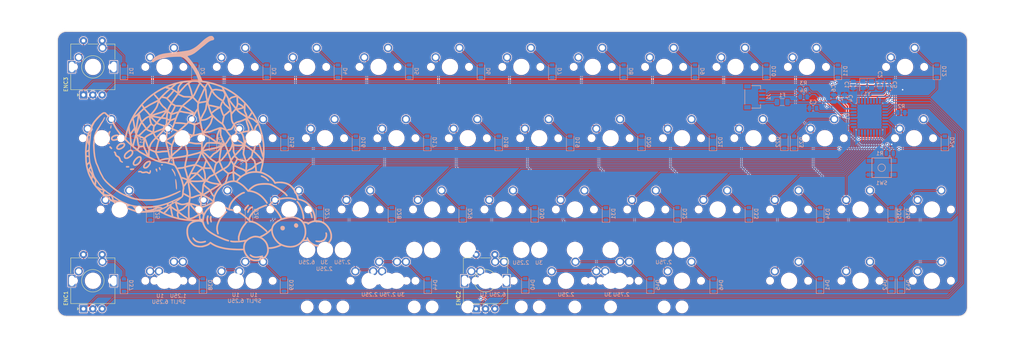
<source format=kicad_pcb>
(kicad_pcb (version 20171130) (host pcbnew 5.1.9-73d0e3b20d~88~ubuntu20.04.1)
  (layers (0 F.Cu signal) (31 B.Cu signal) (34 B.Paste user) (35 F.Paste user) (36 B.SilkS user) (37 F.SilkS user) (38 B.Mask user) (39 F.Mask user) (44 Edge.Cuts user))
  (net 0 "")
  (net 1 GND)
  (net 2 "Net-(C1-Pad1)")
  (net 3 "Net-(C2-Pad1)")
  (net 4 "Net-(C3-Pad1)")
  (net 5 +5V)
  (net 6 "Net-(D2-Pad2)")
  (net 7 "Net-(D3-Pad2)")
  (net 8 "Net-(D4-Pad2)")
  (net 9 "Net-(D5-Pad2)")
  (net 10 "Net-(D6-Pad2)")
  (net 11 "Net-(D7-Pad2)")
  (net 12 "Net-(D8-Pad2)")
  (net 13 "Net-(D9-Pad2)")
  (net 14 "Net-(D10-Pad2)")
  (net 15 "Net-(D11-Pad2)")
  (net 16 "Net-(D12-Pad2)")
  (net 17 "Net-(D13-Pad2)")
  (net 18 "Net-(D14-Pad2)")
  (net 19 "Net-(D15-Pad2)")
  (net 20 "Net-(D16-Pad2)")
  (net 21 "Net-(D17-Pad2)")
  (net 22 "Net-(D18-Pad2)")
  (net 23 "Net-(D19-Pad2)")
  (net 24 "Net-(D20-Pad2)")
  (net 25 "Net-(D21-Pad2)")
  (net 26 "Net-(D22-Pad2)")
  (net 27 "Net-(D23-Pad2)")
  (net 28 "Net-(D24-Pad2)")
  (net 29 "Net-(D25-Pad2)")
  (net 30 "Net-(D26-Pad2)")
  (net 31 "Net-(D27-Pad2)")
  (net 32 "Net-(D28-Pad2)")
  (net 33 "Net-(D29-Pad2)")
  (net 34 "Net-(D30-Pad2)")
  (net 35 "Net-(D31-Pad2)")
  (net 36 "Net-(D32-Pad2)")
  (net 37 "Net-(D33-Pad2)")
  (net 38 "Net-(D34-Pad2)")
  (net 39 "Net-(D35-Pad2)")
  (net 40 "Net-(D36-Pad2)")
  (net 41 "Net-(D38-Pad2)")
  (net 42 "Net-(D39-Pad2)")
  (net 43 "Net-(D41-Pad2)")
  (net 44 "Net-(D42-Pad2)")
  (net 45 "Net-(D43-Pad2)")
  (net 46 VCC)
  (net 47 "Net-(R1-Pad2)")
  (net 48 ROW00)
  (net 49 D-)
  (net 50 D+)
  (net 51 COL07)
  (net 52 COL00)
  (net 53 COL01)
  (net 54 COL02)
  (net 55 COL03)
  (net 56 COL04)
  (net 57 COL05)
  (net 58 COL06)
  (net 59 COL08)
  (net 60 COL09)
  (net 61 COL10)
  (net 62 COL11)
  (net 63 ROW01)
  (net 64 ROW02)
  (net 65 ROW03)
  (net 66 "Net-(D44-Pad2)")
  (net 67 "Net-(D45-Pad2)")
  (net 68 "Net-(U1-Pad6)")
  (net 69 "Net-(U1-Pad5)")
  (net 70 "Net-(R2-Pad2)")
  (net 71 "Net-(R3-Pad1)")
  (net 72 "Net-(R4-Pad1)")
  (net 73 ENC_A)
  (net 74 ENC_B)
  (net 75 ENC_R2)
  (net 76 ENC_R3)
  (net 77 ENC_R1)
  (net 78 "Net-(D46-Pad2)")
  (module Rotary_Encoder:RotaryEncoder_Alps_EC11E-Switch_Vertical_H20mm (layer F.Cu) (at 111.76 74.168 90)
    (fp_text reference ENC2 (at 2.8 -4.7 90) (layer F.SilkS))
    (fp_text value Rotary_Encoder_Switch)
    (pad A thru_hole rect (at 0 0 90) (size 2 2) (drill 1) (layers *.Cu *.Mask) (net 73 ENC_A))
    (pad C thru_hole circle (at 0 2.5 90) (size 2 2) (drill 1) (layers *.Cu *.Mask) (net 1 GND))
    (pad B thru_hole circle (at 0 5 90) (size 2 2) (drill 1) (layers *.Cu *.Mask) (net 74 ENC_B))
    (pad MP thru_hole rect (at 7.5 -3.1 90) (size 3.2 2) (drill oval 2.8 1.5) (layers *.Cu *.Mask))
    (pad MP thru_hole rect (at 7.5 8.1 90) (size 3.2 2) (drill oval 2.8 1.5) (layers *.Cu *.Mask))
    (pad S2 thru_hole circle (at 14.5 0 90) (size 2 2) (drill 1) (layers *.Cu *.Mask) (net 57 COL05))
    (pad S1 thru_hole circle (at 14.5 5 90) (size 2 2) (drill 1) (layers *.Cu *.Mask) (net 75 ENC_R2))
  )
  (module Rotary_Encoder:RotaryEncoder_Alps_EC11E-Switch_Vertical_H20mm (layer F.Cu) (at 6.985 17.018 90)
    (fp_text reference ENC3 (at 2.8 -4.7 90) (layer F.SilkS))
    (fp_text value Rotary_Encoder_Switch)
    (pad A thru_hole rect (at 0 0 90) (size 2 2) (drill 1) (layers *.Cu *.Mask) (net 73 ENC_A))
    (pad C thru_hole circle (at 0 2.5 90) (size 2 2) (drill 1) (layers *.Cu *.Mask) (net 1 GND))
    (pad B thru_hole circle (at 0 5 90) (size 2 2) (drill 1) (layers *.Cu *.Mask) (net 74 ENC_B))
    (pad MP thru_hole rect (at 7.5 -3.1 90) (size 3.2 2) (drill oval 2.8 1.5) (layers *.Cu *.Mask))
    (pad MP thru_hole rect (at 7.5 8.1 90) (size 3.2 2) (drill oval 2.8 1.5) (layers *.Cu *.Mask))
    (pad S2 thru_hole circle (at 14.5 0 90) (size 2 2) (drill 1) (layers *.Cu *.Mask) (net 52 COL00))
    (pad S1 thru_hole circle (at 14.5 5 90) (size 2 2) (drill 1) (layers *.Cu *.Mask) (net 76 ENC_R3))
  )
  (module silk:turtle_pan (layer B.Cu) (at 40.132 31.496 180)
    (fp_text reference G*** hide)
    (fp_text value LOGO hide)
  )
  (module Rotary_Encoder:RotaryEncoder_Alps_EC11E-Switch_Vertical_H20mm (layer F.Cu) (at 6.985 74.168 90)
    (fp_text reference ENC1 (at 2.8 -4.7 90) (layer F.SilkS))
    (fp_text value Rotary_Encoder_Switch)
    (pad A thru_hole rect (at 0 0 90) (size 2 2) (drill 1) (layers *.Cu *.Mask) (net 73 ENC_A))
    (pad C thru_hole circle (at 0 2.5 90) (size 2 2) (drill 1) (layers *.Cu *.Mask) (net 1 GND))
    (pad B thru_hole circle (at 0 5 90) (size 2 2) (drill 1) (layers *.Cu *.Mask) (net 74 ENC_B))
    (pad MP thru_hole rect (at 7.5 -3.1 90) (size 3.2 2) (drill oval 2.8 1.5) (layers *.Cu *.Mask))
    (pad MP thru_hole rect (at 7.5 8.1 90) (size 3.2 2) (drill oval 2.8 1.5) (layers *.Cu *.Mask))
    (pad S2 thru_hole circle (at 14.5 0 90) (size 2 2) (drill 1) (layers *.Cu *.Mask) (net 52 COL00))
    (pad S1 thru_hole circle (at 14.5 5 90) (size 2 2) (drill 1) (layers *.Cu *.Mask) (net 77 ENC_R1))
  )
  (module MX_Only:MXOnly-1U-NoLED (layer F.Cu) (at 233.3625 47.625)
    (fp_text reference MX36)
    (fp_text value MX-NoLED)
    (pad 2 thru_hole circle (at 2.54 -5.08) (size 2.25 2.25) (drill 1.47) (layers *.Cu B.Mask) (net 40 "Net-(D36-Pad2)"))
    (pad "" np_thru_hole circle (at 0 0) (size 3.9878 3.9878) (drill 3.9878) (layers *.Cu *.Mask))
    (pad 1 thru_hole circle (at -3.81 -2.54) (size 2.25 2.25) (drill 1.47) (layers *.Cu B.Mask) (net 62 COL11))
    (pad "" np_thru_hole circle (at -5.08 0 48.0996) (size 1.75 1.75) (drill 1.75) (layers *.Cu *.Mask))
    (pad "" np_thru_hole circle (at 5.08 0 48.0996) (size 1.75 1.75) (drill 1.75) (layers *.Cu *.Mask))
  )
  (module Diode_SMD:D_SOD-123 (layer B.Cu) (at 175.133 67.818 90)
    (fp_text reference D46 (at 0 2 90) (layer B.SilkS) (effects (justify mirror)))
    (fp_text value SOD-123)
    (pad 2 smd rect (at 1.65 0 90) (size 0.9 1.2) (layers B.Cu B.Paste B.Mask) (net 78 "Net-(D46-Pad2)"))
    (pad 1 smd rect (at -1.65 0 90) (size 0.9 1.2) (layers B.Cu B.Paste B.Mask) (net 65 ROW03))
  )
  (module MX_Only:MXOnly-1U-NoLED (layer F.Cu) (at 166.6875 66.675)
    (fp_text reference MX53)
    (fp_text value MX-NoLED)
    (pad "" np_thru_hole circle (at 5.08 0 48.0996) (size 1.75 1.75) (drill 1.75) (layers *.Cu *.Mask))
    (pad "" np_thru_hole circle (at -5.08 0 48.0996) (size 1.75 1.75) (drill 1.75) (layers *.Cu *.Mask))
    (pad 1 thru_hole circle (at -3.81 -2.54) (size 2.25 2.25) (drill 1.47) (layers *.Cu B.Mask) (net 51 COL07))
    (pad "" np_thru_hole circle (at 0 0) (size 3.9878 3.9878) (drill 3.9878) (layers *.Cu *.Mask))
    (pad 2 thru_hole circle (at 2.54 -5.08) (size 2.25 2.25) (drill 1.47) (layers *.Cu B.Mask) (net 78 "Net-(D46-Pad2)"))
  )
  (module MX_Only:MXOnly-2.25U-ReversedStabilizers-NoLED (layer F.Cu) (at 135.73125 66.675)
    (fp_text reference MX52)
    (fp_text value MX-NoLED)
    (pad "" np_thru_hole circle (at 11.90625 -8.255) (size 3.9878 3.9878) (drill 3.9878) (layers *.Cu *.Mask))
    (pad "" np_thru_hole circle (at -11.90625 -8.255) (size 3.9878 3.9878) (drill 3.9878) (layers *.Cu *.Mask))
    (pad "" np_thru_hole circle (at 11.90625 6.985) (size 3.048 3.048) (drill 3.048) (layers *.Cu *.Mask))
    (pad "" np_thru_hole circle (at -11.90625 6.985) (size 3.048 3.048) (drill 3.048) (layers *.Cu *.Mask))
    (pad "" np_thru_hole circle (at 5.08 0 48.0996) (size 1.75 1.75) (drill 1.75) (layers *.Cu *.Mask))
    (pad "" np_thru_hole circle (at -5.08 0 48.0996) (size 1.75 1.75) (drill 1.75) (layers *.Cu *.Mask))
    (pad 1 thru_hole circle (at -3.81 -2.54) (size 2.25 2.25) (drill 1.47) (layers *.Cu B.Mask) (net 58 COL06))
    (pad "" np_thru_hole circle (at 0 0) (size 3.9878 3.9878) (drill 3.9878) (layers *.Cu *.Mask))
    (pad 2 thru_hole circle (at 2.54 -5.08) (size 2.25 2.25) (drill 1.47) (layers *.Cu B.Mask) (net 67 "Net-(D45-Pad2)"))
  )
  (module MX_Only:MXOnly-2.75U-ReversedStabilizers-NoLED (layer F.Cu) (at 88.10625 66.675)
    (fp_text reference MX51)
    (fp_text value MX-NoLED)
    (pad "" np_thru_hole circle (at 11.90625 -8.255) (size 3.9878 3.9878) (drill 3.9878) (layers *.Cu *.Mask))
    (pad "" np_thru_hole circle (at -11.90625 -8.255) (size 3.9878 3.9878) (drill 3.9878) (layers *.Cu *.Mask))
    (pad "" np_thru_hole circle (at 11.90625 6.985) (size 3.048 3.048) (drill 3.048) (layers *.Cu *.Mask))
    (pad "" np_thru_hole circle (at -11.90625 6.985) (size 3.048 3.048) (drill 3.048) (layers *.Cu *.Mask))
    (pad "" np_thru_hole circle (at 5.08 0 48.0996) (size 1.75 1.75) (drill 1.75) (layers *.Cu *.Mask))
    (pad "" np_thru_hole circle (at -5.08 0 48.0996) (size 1.75 1.75) (drill 1.75) (layers *.Cu *.Mask))
    (pad 1 thru_hole circle (at -3.81 -2.54) (size 2.25 2.25) (drill 1.47) (layers *.Cu B.Mask) (net 55 COL03))
    (pad "" np_thru_hole circle (at 0 0) (size 3.9878 3.9878) (drill 3.9878) (layers *.Cu *.Mask))
    (pad 2 thru_hole circle (at 2.54 -5.08) (size 2.25 2.25) (drill 1.47) (layers *.Cu B.Mask) (net 66 "Net-(D44-Pad2)"))
  )
  (module Resistor_SMD:R_0805_2012Metric (layer B.Cu) (at 199.1595 17.526 180)
    (fp_text reference R4 (at 0 1.65) (layer B.SilkS) (effects (justify mirror)))
    (fp_text value 22)
    (pad 2 smd roundrect (at 0.9125 0 180) (size 1.025 1.4) (layers B.Cu B.Paste B.Mask) (roundrect_rratio 0.2439004878048781) (net 49 D-))
    (pad 1 smd roundrect (at -0.9125 0 180) (size 1.025 1.4) (layers B.Cu B.Paste B.Mask) (roundrect_rratio 0.2439004878048781) (net 72 "Net-(R4-Pad1)"))
  )
  (module Resistor_SMD:R_0805_2012Metric (layer B.Cu) (at 199.1125 15.494 180)
    (fp_text reference R3 (at 0 1.65) (layer B.SilkS) (effects (justify mirror)))
    (fp_text value 22)
    (pad 2 smd roundrect (at 0.9125 0 180) (size 1.025 1.4) (layers B.Cu B.Paste B.Mask) (roundrect_rratio 0.2439004878048781) (net 50 D+))
    (pad 1 smd roundrect (at -0.9125 0 180) (size 1.025 1.4) (layers B.Cu B.Paste B.Mask) (roundrect_rratio 0.2439004878048781) (net 71 "Net-(R3-Pad1)"))
  )
  (module MX_Only:MXOnly-1U-NoLED (layer F.Cu) (at 233.3625 66.675)
    (fp_text reference MX43)
    (fp_text value MX-NoLED)
    (pad 2 thru_hole circle (at 2.54 -5.08) (size 2.25 2.25) (drill 1.47) (layers *.Cu B.Mask) (net 45 "Net-(D43-Pad2)"))
    (pad "" np_thru_hole circle (at 0 0) (size 3.9878 3.9878) (drill 3.9878) (layers *.Cu *.Mask))
    (pad 1 thru_hole circle (at -3.81 -2.54) (size 2.25 2.25) (drill 1.47) (layers *.Cu B.Mask) (net 62 COL11))
    (pad "" np_thru_hole circle (at -5.08 0 48.0996) (size 1.75 1.75) (drill 1.75) (layers *.Cu *.Mask))
    (pad "" np_thru_hole circle (at 5.08 0 48.0996) (size 1.75 1.75) (drill 1.75) (layers *.Cu *.Mask))
  )
  (module "Diode SMD:D_SOD-123" (layer B.Cu) (at 222.5548 67.7916 90)
    (fp_text reference D42 (at 0 -1.7018 90) (layer B.SilkS) (effects (justify mirror)))
    (fp_text value SOD-123)
    (pad 2 smd rect (at 1.65 0 90) (size 0.9 1.2) (layers B.Cu B.Paste B.Mask) (net 44 "Net-(D42-Pad2)"))
    (pad 1 smd rect (at -1.65 0 90) (size 0.9 1.2) (layers B.Cu B.Paste B.Mask) (net 65 ROW03))
  )
  (module MX_Only:MXOnly-3U-ReversedStabilizers-NoLED (layer F.Cu) (at 147.6375 66.675)
    (fp_text reference MX50)
    (fp_text value MX-NoLED)
    (pad 2 thru_hole circle (at 2.54 -5.08) (size 2.25 2.25) (drill 1.47) (layers *.Cu B.Mask) (net 67 "Net-(D45-Pad2)"))
    (pad 1 thru_hole circle (at -3.81 -2.54 48.1) (size 2.25 2.25) (drill 1.47) (layers *.Cu B.Mask) (net 58 COL06))
    (pad "" np_thru_hole circle (at 0 0) (size 3.9878 3.9878) (drill 3.9878) (layers *.Cu *.Mask))
    (pad "" np_thru_hole circle (at -5.08 0 48.0996) (size 1.75 1.75) (drill 1.75) (layers *.Cu *.Mask))
    (pad "" np_thru_hole circle (at 5.08 0 48.0996) (size 1.75 1.75) (drill 1.75) (layers *.Cu *.Mask))
    (pad "" np_thru_hole circle (at -19.05 6.985) (size 3.048 3.048) (drill 3.048) (layers *.Cu *.Mask))
    (pad "" np_thru_hole circle (at 19.05 6.985) (size 3.048 3.048) (drill 3.048) (layers *.Cu *.Mask))
    (pad "" np_thru_hole circle (at -19.05 -8.255) (size 3.9878 3.9878) (drill 3.9878) (layers *.Cu *.Mask))
    (pad "" np_thru_hole circle (at 19.05 -8.255) (size 3.9878 3.9878) (drill 3.9878) (layers *.Cu *.Mask))
  )
  (module MX_Only:MXOnly-3U-ReversedStabilizers-NoLED (layer F.Cu) (at 90.4875 66.675)
    (fp_text reference MX49)
    (fp_text value MX-NoLED)
    (pad 2 thru_hole circle (at 2.54 -5.08) (size 2.25 2.25) (drill 1.47) (layers *.Cu B.Mask) (net 66 "Net-(D44-Pad2)"))
    (pad 1 thru_hole circle (at -3.81 -2.54 48.1) (size 2.25 2.25) (drill 1.47) (layers *.Cu B.Mask) (net 55 COL03))
    (pad "" np_thru_hole circle (at 0 0) (size 3.9878 3.9878) (drill 3.9878) (layers *.Cu *.Mask))
    (pad "" np_thru_hole circle (at -5.08 0 48.0996) (size 1.75 1.75) (drill 1.75) (layers *.Cu *.Mask))
    (pad "" np_thru_hole circle (at 5.08 0 48.0996) (size 1.75 1.75) (drill 1.75) (layers *.Cu *.Mask))
    (pad "" np_thru_hole circle (at -19.05 6.985) (size 3.048 3.048) (drill 3.048) (layers *.Cu *.Mask))
    (pad "" np_thru_hole circle (at 19.05 6.985) (size 3.048 3.048) (drill 3.048) (layers *.Cu *.Mask))
    (pad "" np_thru_hole circle (at -19.05 -8.255) (size 3.9878 3.9878) (drill 3.9878) (layers *.Cu *.Mask))
    (pad "" np_thru_hole circle (at 19.05 -8.255) (size 3.9878 3.9878) (drill 3.9878) (layers *.Cu *.Mask))
  )
  (module MX_Only:MXOnly-2.75U-ReversedStabilizers-NoLED (layer F.Cu) (at 150.01875 66.675)
    (fp_text reference MX48)
    (fp_text value MX-NoLED)
    (pad 2 thru_hole circle (at 2.54 -5.08) (size 2.25 2.25) (drill 1.47) (layers *.Cu B.Mask) (net 67 "Net-(D45-Pad2)"))
    (pad "" np_thru_hole circle (at 0 0) (size 3.9878 3.9878) (drill 3.9878) (layers *.Cu *.Mask))
    (pad 1 thru_hole circle (at -3.81 -2.54) (size 2.25 2.25) (drill 1.47) (layers *.Cu B.Mask) (net 58 COL06))
    (pad "" np_thru_hole circle (at -5.08 0 48.0996) (size 1.75 1.75) (drill 1.75) (layers *.Cu *.Mask))
    (pad "" np_thru_hole circle (at 5.08 0 48.0996) (size 1.75 1.75) (drill 1.75) (layers *.Cu *.Mask))
    (pad "" np_thru_hole circle (at -11.90625 6.985) (size 3.048 3.048) (drill 3.048) (layers *.Cu *.Mask))
    (pad "" np_thru_hole circle (at 11.90625 6.985) (size 3.048 3.048) (drill 3.048) (layers *.Cu *.Mask))
    (pad "" np_thru_hole circle (at -11.90625 -8.255) (size 3.9878 3.9878) (drill 3.9878) (layers *.Cu *.Mask))
    (pad "" np_thru_hole circle (at 11.90625 -8.255) (size 3.9878 3.9878) (drill 3.9878) (layers *.Cu *.Mask))
  )
  (module MX_Only:MXOnly-1U-NoLED (layer F.Cu) (at 114.3 66.675)
    (fp_text reference MX47)
    (fp_text value MX-NoLED)
    (pad 2 thru_hole circle (at 2.54 -5.08) (size 2.25 2.25) (drill 1.47) (layers *.Cu B.Mask) (net 75 ENC_R2))
    (pad "" np_thru_hole circle (at 0 0) (size 3.9878 3.9878) (drill 3.9878) (layers *.Cu *.Mask))
    (pad 1 thru_hole circle (at -3.81 -2.54) (size 2.25 2.25) (drill 1.47) (layers *.Cu B.Mask) (net 57 COL05))
    (pad "" np_thru_hole circle (at -5.08 0 48.0996) (size 1.75 1.75) (drill 1.75) (layers *.Cu *.Mask))
    (pad "" np_thru_hole circle (at 5.08 0 48.0996) (size 1.75 1.75) (drill 1.75) (layers *.Cu *.Mask))
  )
  (module MX_Only:MXOnly-2.25U-ReversedStabilizers-NoLED (layer F.Cu) (at 83.34375 66.675)
    (fp_text reference MX46)
    (fp_text value MX-NoLED)
    (pad 2 thru_hole circle (at 2.54 -5.08) (size 2.25 2.25) (drill 1.47) (layers *.Cu B.Mask) (net 66 "Net-(D44-Pad2)"))
    (pad "" np_thru_hole circle (at 0 0) (size 3.9878 3.9878) (drill 3.9878) (layers *.Cu *.Mask))
    (pad 1 thru_hole circle (at -3.81 -2.54) (size 2.25 2.25) (drill 1.47) (layers *.Cu B.Mask) (net 55 COL03))
    (pad "" np_thru_hole circle (at -5.08 0 48.0996) (size 1.75 1.75) (drill 1.75) (layers *.Cu *.Mask))
    (pad "" np_thru_hole circle (at 5.08 0 48.0996) (size 1.75 1.75) (drill 1.75) (layers *.Cu *.Mask))
    (pad "" np_thru_hole circle (at -11.90625 6.985) (size 3.048 3.048) (drill 3.048) (layers *.Cu *.Mask))
    (pad "" np_thru_hole circle (at 11.90625 6.985) (size 3.048 3.048) (drill 3.048) (layers *.Cu *.Mask))
    (pad "" np_thru_hole circle (at -11.90625 -8.255) (size 3.9878 3.9878) (drill 3.9878) (layers *.Cu *.Mask))
    (pad "" np_thru_hole circle (at 11.90625 -8.255) (size 3.9878 3.9878) (drill 3.9878) (layers *.Cu *.Mask))
  )
  (module MX_Only:MXOnly-1U-NoLED (layer F.Cu) (at 52.3875 66.675)
    (fp_text reference MX45)
    (fp_text value MX-NoLED)
    (pad 2 thru_hole circle (at 2.54 -5.08) (size 2.25 2.25) (drill 1.47) (layers *.Cu B.Mask) (net 42 "Net-(D39-Pad2)"))
    (pad "" np_thru_hole circle (at 0 0) (size 3.9878 3.9878) (drill 3.9878) (layers *.Cu *.Mask))
    (pad 1 thru_hole circle (at -3.81 -2.54) (size 2.25 2.25) (drill 1.47) (layers *.Cu B.Mask) (net 54 COL02))
    (pad "" np_thru_hole circle (at -5.08 0 48.0996) (size 1.75 1.75) (drill 1.75) (layers *.Cu *.Mask))
    (pad "" np_thru_hole circle (at 5.08 0 48.0996) (size 1.75 1.75) (drill 1.75) (layers *.Cu *.Mask))
  )
  (module MX_Only:MXOnly-1.25U-NoLED (layer F.Cu) (at 30.95625 66.675)
    (fp_text reference MX44)
    (fp_text value MX-NoLED)
    (pad 2 thru_hole circle (at 2.54 -5.08) (size 2.25 2.25) (drill 1.47) (layers *.Cu B.Mask) (net 41 "Net-(D38-Pad2)"))
    (pad "" np_thru_hole circle (at 0 0) (size 3.9878 3.9878) (drill 3.9878) (layers *.Cu *.Mask))
    (pad 1 thru_hole circle (at -3.81 -2.54) (size 2.25 2.25) (drill 1.47) (layers *.Cu B.Mask) (net 53 COL01))
    (pad "" np_thru_hole circle (at -5.08 0 48.0996) (size 1.75 1.75) (drill 1.75) (layers *.Cu *.Mask))
    (pad "" np_thru_hole circle (at 5.08 0 48.0996) (size 1.75 1.75) (drill 1.75) (layers *.Cu *.Mask))
  )
  (module MX_Only:MXOnly-1U-NoLED (layer F.Cu) (at 214.3125 66.675)
    (fp_text reference MX42)
    (fp_text value MX-NoLED)
    (pad 2 thru_hole circle (at 2.54 -5.08) (size 2.25 2.25) (drill 1.47) (layers *.Cu B.Mask) (net 44 "Net-(D42-Pad2)"))
    (pad "" np_thru_hole circle (at 0 0) (size 3.9878 3.9878) (drill 3.9878) (layers *.Cu *.Mask))
    (pad 1 thru_hole circle (at -3.81 -2.54) (size 2.25 2.25) (drill 1.47) (layers *.Cu B.Mask) (net 61 COL10))
    (pad "" np_thru_hole circle (at -5.08 0 48.0996) (size 1.75 1.75) (drill 1.75) (layers *.Cu *.Mask))
    (pad "" np_thru_hole circle (at 5.08 0 48.0996) (size 1.75 1.75) (drill 1.75) (layers *.Cu *.Mask))
  )
  (module MX_Only:MXOnly-1U-NoLED (layer F.Cu) (at 195.2625 66.675)
    (fp_text reference MX41)
    (fp_text value MX-NoLED)
    (pad 2 thru_hole circle (at 2.54 -5.08) (size 2.25 2.25) (drill 1.47) (layers *.Cu B.Mask) (net 43 "Net-(D41-Pad2)"))
    (pad "" np_thru_hole circle (at 0 0) (size 3.9878 3.9878) (drill 3.9878) (layers *.Cu *.Mask))
    (pad 1 thru_hole circle (at -3.81 -2.54) (size 2.25 2.25) (drill 1.47) (layers *.Cu B.Mask) (net 60 COL09))
    (pad "" np_thru_hole circle (at -5.08 0 48.0996) (size 1.75 1.75) (drill 1.75) (layers *.Cu *.Mask))
    (pad "" np_thru_hole circle (at 5.08 0 48.0996) (size 1.75 1.75) (drill 1.75) (layers *.Cu *.Mask))
  )
  (module MX_Only:MXOnly-6.25U-ReversedStabilizers-NoLED (layer F.Cu) (at 116.68125 66.675)
    (fp_text reference MX40)
    (fp_text value MX-NoLED)
    (pad 2 thru_hole circle (at 2.54 -5.08) (size 2.25 2.25) (drill 1.47) (layers *.Cu B.Mask) (net 75 ENC_R2))
    (pad "" np_thru_hole circle (at 0 0) (size 3.9878 3.9878) (drill 3.9878) (layers *.Cu *.Mask))
    (pad 1 thru_hole circle (at -3.81 -2.54) (size 2.25 2.25) (drill 1.47) (layers *.Cu B.Mask) (net 57 COL05))
    (pad "" np_thru_hole circle (at -5.08 0 48.0996) (size 1.75 1.75) (drill 1.75) (layers *.Cu *.Mask))
    (pad "" np_thru_hole circle (at 5.08 0 48.0996) (size 1.75 1.75) (drill 1.75) (layers *.Cu *.Mask))
    (pad "" np_thru_hole circle (at -49.9999 6.985) (size 3.048 3.048) (drill 3.048) (layers *.Cu *.Mask))
    (pad "" np_thru_hole circle (at 49.9999 6.985) (size 3.048 3.048) (drill 3.048) (layers *.Cu *.Mask))
    (pad "" np_thru_hole circle (at -49.9999 -8.255) (size 3.9878 3.9878) (drill 3.9878) (layers *.Cu *.Mask))
    (pad "" np_thru_hole circle (at 49.9999 -8.255) (size 3.9878 3.9878) (drill 3.9878) (layers *.Cu *.Mask))
  )
  (module MX_Only:MXOnly-1U-NoLED (layer F.Cu) (at 47.625 66.675)
    (fp_text reference MX39)
    (fp_text value MX-NoLED)
    (pad 2 thru_hole circle (at 2.54 -5.08) (size 2.25 2.25) (drill 1.47) (layers *.Cu B.Mask) (net 42 "Net-(D39-Pad2)"))
    (pad "" np_thru_hole circle (at 0 0) (size 3.9878 3.9878) (drill 3.9878) (layers *.Cu *.Mask))
    (pad 1 thru_hole circle (at -3.81 -2.54) (size 2.25 2.25) (drill 1.47) (layers *.Cu B.Mask) (net 54 COL02))
    (pad "" np_thru_hole circle (at -5.08 0 48.0996) (size 1.75 1.75) (drill 1.75) (layers *.Cu *.Mask))
    (pad "" np_thru_hole circle (at 5.08 0 48.0996) (size 1.75 1.75) (drill 1.75) (layers *.Cu *.Mask))
  )
  (module MX_Only:MXOnly-1U-NoLED (layer F.Cu) (at 28.575 66.675)
    (fp_text reference MX38)
    (fp_text value MX-NoLED)
    (pad 2 thru_hole circle (at 2.54 -5.08) (size 2.25 2.25) (drill 1.47) (layers *.Cu B.Mask) (net 41 "Net-(D38-Pad2)"))
    (pad "" np_thru_hole circle (at 0 0) (size 3.9878 3.9878) (drill 3.9878) (layers *.Cu *.Mask))
    (pad 1 thru_hole circle (at -3.81 -2.54) (size 2.25 2.25) (drill 1.47) (layers *.Cu B.Mask) (net 53 COL01))
    (pad "" np_thru_hole circle (at -5.08 0 48.0996) (size 1.75 1.75) (drill 1.75) (layers *.Cu *.Mask))
    (pad "" np_thru_hole circle (at 5.08 0 48.0996) (size 1.75 1.75) (drill 1.75) (layers *.Cu *.Mask))
  )
  (module MX_Only:MXOnly-1U-NoLED (layer F.Cu) (at 9.525 66.675)
    (fp_text reference MX37)
    (fp_text value MX-NoLED)
    (pad 2 thru_hole circle (at 2.54 -5.08) (size 2.25 2.25) (drill 1.47) (layers *.Cu B.Mask) (net 77 ENC_R1))
    (pad "" np_thru_hole circle (at 0 0) (size 3.9878 3.9878) (drill 3.9878) (layers *.Cu *.Mask))
    (pad 1 thru_hole circle (at -3.81 -2.54) (size 2.25 2.25) (drill 1.47) (layers *.Cu B.Mask) (net 52 COL00))
    (pad "" np_thru_hole circle (at -5.08 0 48.0996) (size 1.75 1.75) (drill 1.75) (layers *.Cu *.Mask))
    (pad "" np_thru_hole circle (at 5.08 0 48.0996) (size 1.75 1.75) (drill 1.75) (layers *.Cu *.Mask))
  )
  (module "Diode SMD:D_SOD-123" (layer B.Cu) (at 158.242 67.7916 90)
    (fp_text reference D45 (at 0 2 90) (layer B.SilkS) (effects (justify mirror)))
    (fp_text value SOD-123)
    (pad 2 smd rect (at 1.65 0 90) (size 0.9 1.2) (layers B.Cu B.Paste B.Mask) (net 67 "Net-(D45-Pad2)"))
    (pad 1 smd rect (at -1.65 0 90) (size 0.9 1.2) (layers B.Cu B.Paste B.Mask) (net 65 ROW03))
  )
  (module Package_QFP:LQFP-32_7x7mm_P0.8mm (layer B.Cu) (at 216.7064 22.7932 270)
    (fp_text reference U1 (at 0 5.88 90) (layer B.SilkS) (effects (justify mirror)))
    (fp_text value ATmega32U2-AU)
    (pad 32 smd roundrect (at -2.8 4.175 270) (size 0.5 1.5) (layers B.Cu B.Paste B.Mask) (net 5 +5V))
    (pad 31 smd roundrect (at -2 4.175 270) (size 0.5 1.5) (layers B.Cu B.Paste B.Mask) (net 5 +5V))
    (pad 30 smd roundrect (at -1.2 4.175 270) (size 0.5 1.5) (layers B.Cu B.Paste B.Mask) (net 72 "Net-(R4-Pad1)"))
    (pad 29 smd roundrect (at -0.4 4.175 270) (size 0.5 1.5) (layers B.Cu B.Paste B.Mask) (net 71 "Net-(R3-Pad1)"))
    (pad 28 smd roundrect (at 0.4 4.175 270) (size 0.5 1.5) (layers B.Cu B.Paste B.Mask) (net 1 GND))
    (pad 27 smd roundrect (at 1.2 4.175 270) (size 0.5 1.5) (layers B.Cu B.Paste B.Mask) (net 4 "Net-(C3-Pad1)"))
    (pad 26 smd roundrect (at 2 4.175 270) (size 0.5 1.5) (layers B.Cu B.Paste B.Mask) (net 52 COL00))
    (pad 25 smd roundrect (at 2.8 4.175 270) (size 0.5 1.5) (layers B.Cu B.Paste B.Mask) (net 53 COL01))
    (pad 24 smd roundrect (at 4.175 2.8 270) (size 1.5 0.5) (layers B.Cu B.Paste B.Mask) (net 47 "Net-(R1-Pad2)"))
    (pad 23 smd roundrect (at 4.175 2 270) (size 1.5 0.5) (layers B.Cu B.Paste B.Mask) (net 54 COL02))
    (pad 22 smd roundrect (at 4.175 1.2 270) (size 1.5 0.5) (layers B.Cu B.Paste B.Mask) (net 55 COL03))
    (pad 21 smd roundrect (at 4.175 0.4 270) (size 1.5 0.5) (layers B.Cu B.Paste B.Mask) (net 56 COL04))
    (pad 20 smd roundrect (at 4.175 -0.4 270) (size 1.5 0.5) (layers B.Cu B.Paste B.Mask) (net 57 COL05))
    (pad 19 smd roundrect (at 4.175 -1.2 270) (size 1.5 0.5) (layers B.Cu B.Paste B.Mask) (net 58 COL06))
    (pad 18 smd roundrect (at 4.175 -2 270) (size 1.5 0.5) (layers B.Cu B.Paste B.Mask) (net 51 COL07))
    (pad 17 smd roundrect (at 4.175 -2.8 270) (size 1.5 0.5) (layers B.Cu B.Paste B.Mask) (net 59 COL08))
    (pad 16 smd roundrect (at 2.8 -4.175 270) (size 0.5 1.5) (layers B.Cu B.Paste B.Mask) (net 60 COL09))
    (pad 15 smd roundrect (at 2 -4.175 270) (size 0.5 1.5) (layers B.Cu B.Paste B.Mask) (net 61 COL10))
    (pad 14 smd roundrect (at 1.2 -4.175 270) (size 0.5 1.5) (layers B.Cu B.Paste B.Mask) (net 62 COL11))
    (pad 13 smd roundrect (at 0.4 -4.175 270) (size 0.5 1.5) (layers B.Cu B.Paste B.Mask) (net 70 "Net-(R2-Pad2)"))
    (pad 12 smd roundrect (at -0.4 -4.175 270) (size 0.5 1.5) (layers B.Cu B.Paste B.Mask) (net 63 ROW01))
    (pad 11 smd roundrect (at -1.2 -4.175 270) (size 0.5 1.5) (layers B.Cu B.Paste B.Mask) (net 64 ROW02))
    (pad 10 smd roundrect (at -2 -4.175 270) (size 0.5 1.5) (layers B.Cu B.Paste B.Mask) (net 65 ROW03))
    (pad 9 smd roundrect (at -2.8 -4.175 270) (size 0.5 1.5) (layers B.Cu B.Paste B.Mask) (net 73 ENC_A))
    (pad 8 smd roundrect (at -4.175 -2.8 270) (size 1.5 0.5) (layers B.Cu B.Paste B.Mask) (net 74 ENC_B))
    (pad 7 smd roundrect (at -4.175 -2 270) (size 1.5 0.5) (layers B.Cu B.Paste B.Mask) (net 48 ROW00))
    (pad 6 smd roundrect (at -4.175 -1.2 270) (size 1.5 0.5) (layers B.Cu B.Paste B.Mask) (net 68 "Net-(U1-Pad6)"))
    (pad 5 smd roundrect (at -4.175 -0.4 270) (size 1.5 0.5) (layers B.Cu B.Paste B.Mask) (net 69 "Net-(U1-Pad5)"))
    (pad 4 smd roundrect (at -4.175 0.4 270) (size 1.5 0.5) (layers B.Cu B.Paste B.Mask) (net 5 +5V))
    (pad 3 smd roundrect (at -4.175 1.2 270) (size 1.5 0.5) (layers B.Cu B.Paste B.Mask) (net 1 GND))
    (pad 2 smd roundrect (at -4.175 2 270) (size 1.5 0.5) (layers B.Cu B.Paste B.Mask) (net 3 "Net-(C2-Pad1)"))
    (pad 1 smd roundrect (at -4.175 2.8 270) (size 1.5 0.5) (layers B.Cu B.Paste B.Mask) (net 2 "Net-(C1-Pad1)"))
  )
  (module MX_Only:MXOnly-1U-NoLED (layer F.Cu) (at 28.575 9.525)
    (fp_text reference MX2)
    (fp_text value MX-NoLED)
    (pad 2 thru_hole circle (at 2.54 -5.08) (size 2.25 2.25) (drill 1.47) (layers *.Cu B.Mask) (net 6 "Net-(D2-Pad2)"))
    (pad "" np_thru_hole circle (at 0 0) (size 3.9878 3.9878) (drill 3.9878) (layers *.Cu *.Mask))
    (pad 1 thru_hole circle (at -3.81 -2.54) (size 2.25 2.25) (drill 1.47) (layers *.Cu B.Mask) (net 53 COL01))
    (pad "" np_thru_hole circle (at -5.08 0 48.0996) (size 1.75 1.75) (drill 1.75) (layers *.Cu *.Mask))
    (pad "" np_thru_hole circle (at 5.08 0 48.0996) (size 1.75 1.75) (drill 1.75) (layers *.Cu *.Mask))
  )
  (module MX_Only:MXOnly-1.5U-NoLED (layer F.Cu) (at 228.6 28.575)
    (fp_text reference MX24)
    (fp_text value MX-NoLED)
    (pad 2 thru_hole circle (at 2.54 -5.08) (size 2.25 2.25) (drill 1.47) (layers *.Cu B.Mask) (net 28 "Net-(D24-Pad2)"))
    (pad "" np_thru_hole circle (at 0 0) (size 3.9878 3.9878) (drill 3.9878) (layers *.Cu *.Mask))
    (pad 1 thru_hole circle (at -3.81 -2.54) (size 2.25 2.25) (drill 1.47) (layers *.Cu B.Mask) (net 62 COL11))
    (pad "" np_thru_hole circle (at -5.08 0 48.0996) (size 1.75 1.75) (drill 1.75) (layers *.Cu *.Mask))
    (pad "" np_thru_hole circle (at 5.08 0 48.0996) (size 1.75 1.75) (drill 1.75) (layers *.Cu *.Mask))
  )
  (module "Diode SMD:D_SOD-123" (layer B.Cu) (at 74.8665 10.669 90)
    (fp_text reference D4 (at 0 2 270) (layer B.SilkS) (effects (justify mirror)))
    (fp_text value SOD-123)
    (pad 2 smd rect (at 1.65 0 90) (size 0.9 1.2) (layers B.Cu B.Paste B.Mask) (net 8 "Net-(D4-Pad2)"))
    (pad 1 smd rect (at -1.65 0 90) (size 0.9 1.2) (layers B.Cu B.Paste B.Mask) (net 48 ROW00))
  )
  (module MX_Only:MXOnly-1U-NoLED (layer F.Cu) (at 200.025 9.525)
    (fp_text reference MX11)
    (fp_text value MX-NoLED)
    (pad 2 thru_hole circle (at 2.54 -5.08) (size 2.25 2.25) (drill 1.47) (layers *.Cu B.Mask) (net 15 "Net-(D11-Pad2)"))
    (pad "" np_thru_hole circle (at 0 0) (size 3.9878 3.9878) (drill 3.9878) (layers *.Cu *.Mask))
    (pad 1 thru_hole circle (at -3.81 -2.54) (size 2.25 2.25) (drill 1.47) (layers *.Cu B.Mask) (net 61 COL10))
    (pad "" np_thru_hole circle (at -5.08 0 48.0996) (size 1.75 1.75) (drill 1.75) (layers *.Cu *.Mask))
    (pad "" np_thru_hole circle (at 5.08 0 48.0996) (size 1.75 1.75) (drill 1.75) (layers *.Cu *.Mask))
  )
  (module MX_Only:MXOnly-1U-NoLED (layer F.Cu) (at 166.6875 28.575)
    (fp_text reference MX21)
    (fp_text value MX-NoLED)
    (pad 2 thru_hole circle (at 2.54 -5.08) (size 2.25 2.25) (drill 1.47) (layers *.Cu B.Mask) (net 25 "Net-(D21-Pad2)"))
    (pad "" np_thru_hole circle (at 0 0) (size 3.9878 3.9878) (drill 3.9878) (layers *.Cu *.Mask))
    (pad 1 thru_hole circle (at -3.81 -2.54) (size 2.25 2.25) (drill 1.47) (layers *.Cu B.Mask) (net 59 COL08))
    (pad "" np_thru_hole circle (at -5.08 0 48.0996) (size 1.75 1.75) (drill 1.75) (layers *.Cu *.Mask))
    (pad "" np_thru_hole circle (at 5.08 0 48.0996) (size 1.75 1.75) (drill 1.75) (layers *.Cu *.Mask))
  )
  (module MX_Only:MXOnly-1U-NoLED (layer F.Cu) (at 147.6375 28.575)
    (fp_text reference MX20)
    (fp_text value MX-NoLED)
    (pad 2 thru_hole circle (at 2.54 -5.08) (size 2.25 2.25) (drill 1.47) (layers *.Cu B.Mask) (net 24 "Net-(D20-Pad2)"))
    (pad "" np_thru_hole circle (at 0 0) (size 3.9878 3.9878) (drill 3.9878) (layers *.Cu *.Mask))
    (pad 1 thru_hole circle (at -3.81 -2.54) (size 2.25 2.25) (drill 1.47) (layers *.Cu B.Mask) (net 51 COL07))
    (pad "" np_thru_hole circle (at -5.08 0 48.0996) (size 1.75 1.75) (drill 1.75) (layers *.Cu *.Mask))
    (pad "" np_thru_hole circle (at 5.08 0 48.0996) (size 1.75 1.75) (drill 1.75) (layers *.Cu *.Mask))
  )
  (module MX_Only:MXOnly-1U-NoLED (layer F.Cu) (at 90.4875 28.575)
    (fp_text reference MX17)
    (fp_text value MX-NoLED)
    (pad 2 thru_hole circle (at 2.54 -5.08) (size 2.25 2.25) (drill 1.47) (layers *.Cu B.Mask) (net 21 "Net-(D17-Pad2)"))
    (pad "" np_thru_hole circle (at 0 0) (size 3.9878 3.9878) (drill 3.9878) (layers *.Cu *.Mask))
    (pad 1 thru_hole circle (at -3.81 -2.54) (size 2.25 2.25) (drill 1.47) (layers *.Cu B.Mask) (net 56 COL04))
    (pad "" np_thru_hole circle (at -5.08 0 48.0996) (size 1.75 1.75) (drill 1.75) (layers *.Cu *.Mask))
    (pad "" np_thru_hole circle (at 5.08 0 48.0996) (size 1.75 1.75) (drill 1.75) (layers *.Cu *.Mask))
  )
  (module MX_Only:MXOnly-1U-NoLED (layer F.Cu) (at 52.3875 28.575)
    (fp_text reference MX15)
    (fp_text value MX-NoLED)
    (pad 2 thru_hole circle (at 2.54 -5.08) (size 2.25 2.25) (drill 1.47) (layers *.Cu B.Mask) (net 19 "Net-(D15-Pad2)"))
    (pad "" np_thru_hole circle (at 0 0) (size 3.9878 3.9878) (drill 3.9878) (layers *.Cu *.Mask))
    (pad 1 thru_hole circle (at -3.81 -2.54) (size 2.25 2.25) (drill 1.47) (layers *.Cu B.Mask) (net 54 COL02))
    (pad "" np_thru_hole circle (at -5.08 0 48.0996) (size 1.75 1.75) (drill 1.75) (layers *.Cu *.Mask))
    (pad "" np_thru_hole circle (at 5.08 0 48.0996) (size 1.75 1.75) (drill 1.75) (layers *.Cu *.Mask))
  )
  (module MX_Only:MXOnly-1U-NoLED (layer F.Cu) (at 33.3375 28.575)
    (fp_text reference MX14)
    (fp_text value MX-NoLED)
    (pad 2 thru_hole circle (at 2.54 -5.08) (size 2.25 2.25) (drill 1.47) (layers *.Cu B.Mask) (net 18 "Net-(D14-Pad2)"))
    (pad "" np_thru_hole circle (at 0 0) (size 3.9878 3.9878) (drill 3.9878) (layers *.Cu *.Mask))
    (pad 1 thru_hole circle (at -3.81 -2.54) (size 2.25 2.25) (drill 1.47) (layers *.Cu B.Mask) (net 53 COL01))
    (pad "" np_thru_hole circle (at -5.08 0 48.0996) (size 1.75 1.75) (drill 1.75) (layers *.Cu *.Mask))
    (pad "" np_thru_hole circle (at 5.08 0 48.0996) (size 1.75 1.75) (drill 1.75) (layers *.Cu *.Mask))
  )
  (module "Diode SMD:D_SOD-123" (layer B.Cu) (at 98.8568 67.7936 90)
    (fp_text reference D44 (at 0 2 270) (layer B.SilkS) (effects (justify mirror)))
    (fp_text value SOD-123)
    (pad 2 smd rect (at 1.65 0 90) (size 0.9 1.2) (layers B.Cu B.Paste B.Mask) (net 66 "Net-(D44-Pad2)"))
    (pad 1 smd rect (at -1.65 0 90) (size 0.9 1.2) (layers B.Cu B.Paste B.Mask) (net 65 ROW03))
  )
  (module Capacitor:C_0805_2012Metric (layer B.Cu) (at 207.1624 17.9347 90)
    (fp_text reference C6 (at 2.6947 -0.0254 90) (layer B.SilkS) (effects (justify mirror)))
    (fp_text value 10uF)
    (pad 2 smd roundrect (at 0.9375 0 90) (size 0.975 1.4) (layers B.Cu B.Paste B.Mask) (net 1 GND))
    (pad 1 smd roundrect (at -0.9375 0 90) (size 0.975 1.4) (layers B.Cu B.Paste B.Mask) (net 5 +5V))
  )
  (module MX_Only:MXOnly-1U-NoLED (layer F.Cu) (at 180.975 9.525)
    (fp_text reference MX10)
    (fp_text value MX-NoLED)
    (pad 2 thru_hole circle (at 2.54 -5.08) (size 2.25 2.25) (drill 1.47) (layers *.Cu B.Mask) (net 14 "Net-(D10-Pad2)"))
    (pad "" np_thru_hole circle (at 0 0) (size 3.9878 3.9878) (drill 3.9878) (layers *.Cu *.Mask))
    (pad 1 thru_hole circle (at -3.81 -2.54) (size 2.25 2.25) (drill 1.47) (layers *.Cu B.Mask) (net 60 COL09))
    (pad "" np_thru_hole circle (at -5.08 0 48.0996) (size 1.75 1.75) (drill 1.75) (layers *.Cu *.Mask))
    (pad "" np_thru_hole circle (at 5.08 0 48.0996) (size 1.75 1.75) (drill 1.75) (layers *.Cu *.Mask))
  )
  (module MX_Only:MXOnly-1U-NoLED (layer F.Cu) (at 142.875 9.525)
    (fp_text reference MX8)
    (fp_text value MX-NoLED)
    (pad 2 thru_hole circle (at 2.54 -5.08) (size 2.25 2.25) (drill 1.47) (layers *.Cu B.Mask) (net 12 "Net-(D8-Pad2)"))
    (pad "" np_thru_hole circle (at 0 0) (size 3.9878 3.9878) (drill 3.9878) (layers *.Cu *.Mask))
    (pad 1 thru_hole circle (at -3.81 -2.54) (size 2.25 2.25) (drill 1.47) (layers *.Cu B.Mask) (net 51 COL07))
    (pad "" np_thru_hole circle (at -5.08 0 48.0996) (size 1.75 1.75) (drill 1.75) (layers *.Cu *.Mask))
    (pad "" np_thru_hole circle (at 5.08 0 48.0996) (size 1.75 1.75) (drill 1.75) (layers *.Cu *.Mask))
  )
  (module MX_Only:MXOnly-1U-NoLED (layer F.Cu) (at 123.825 9.525)
    (fp_text reference MX7)
    (fp_text value MX-NoLED)
    (pad 2 thru_hole circle (at 2.54 -5.08) (size 2.25 2.25) (drill 1.47) (layers *.Cu B.Mask) (net 11 "Net-(D7-Pad2)"))
    (pad "" np_thru_hole circle (at 0 0) (size 3.9878 3.9878) (drill 3.9878) (layers *.Cu *.Mask))
    (pad 1 thru_hole circle (at -3.81 -2.54) (size 2.25 2.25) (drill 1.47) (layers *.Cu B.Mask) (net 58 COL06))
    (pad "" np_thru_hole circle (at -5.08 0 48.0996) (size 1.75 1.75) (drill 1.75) (layers *.Cu *.Mask))
    (pad "" np_thru_hole circle (at 5.08 0 48.0996) (size 1.75 1.75) (drill 1.75) (layers *.Cu *.Mask))
  )
  (module MX_Only:MXOnly-1U-NoLED (layer F.Cu) (at 104.775 9.525)
    (fp_text reference MX6)
    (fp_text value MX-NoLED)
    (pad 2 thru_hole circle (at 2.54 -5.08) (size 2.25 2.25) (drill 1.47) (layers *.Cu B.Mask) (net 10 "Net-(D6-Pad2)"))
    (pad "" np_thru_hole circle (at 0 0) (size 3.9878 3.9878) (drill 3.9878) (layers *.Cu *.Mask))
    (pad 1 thru_hole circle (at -3.81 -2.54) (size 2.25 2.25) (drill 1.47) (layers *.Cu B.Mask) (net 57 COL05))
    (pad "" np_thru_hole circle (at -5.08 0 48.0996) (size 1.75 1.75) (drill 1.75) (layers *.Cu *.Mask))
    (pad "" np_thru_hole circle (at 5.08 0 48.0996) (size 1.75 1.75) (drill 1.75) (layers *.Cu *.Mask))
  )
  (module MX_Only:MXOnly-1U-NoLED (layer F.Cu) (at 66.675 9.525)
    (fp_text reference MX4)
    (fp_text value MX-NoLED)
    (pad 2 thru_hole circle (at 2.54 -5.08) (size 2.25 2.25) (drill 1.47) (layers *.Cu B.Mask) (net 8 "Net-(D4-Pad2)"))
    (pad "" np_thru_hole circle (at 0 0) (size 3.9878 3.9878) (drill 3.9878) (layers *.Cu *.Mask))
    (pad 1 thru_hole circle (at -3.81 -2.54) (size 2.25 2.25) (drill 1.47) (layers *.Cu B.Mask) (net 55 COL03))
    (pad "" np_thru_hole circle (at -5.08 0 48.0996) (size 1.75 1.75) (drill 1.75) (layers *.Cu *.Mask))
    (pad "" np_thru_hole circle (at 5.08 0 48.0996) (size 1.75 1.75) (drill 1.75) (layers *.Cu *.Mask))
  )
  (module MX_Only:MXOnly-1U-NoLED (layer F.Cu) (at 47.625 9.525)
    (fp_text reference MX3)
    (fp_text value MX-NoLED)
    (pad 2 thru_hole circle (at 2.54 -5.08) (size 2.25 2.25) (drill 1.47) (layers *.Cu B.Mask) (net 7 "Net-(D3-Pad2)"))
    (pad "" np_thru_hole circle (at 0 0) (size 3.9878 3.9878) (drill 3.9878) (layers *.Cu *.Mask))
    (pad 1 thru_hole circle (at -3.81 -2.54) (size 2.25 2.25) (drill 1.47) (layers *.Cu B.Mask) (net 54 COL02))
    (pad "" np_thru_hole circle (at -5.08 0 48.0996) (size 1.75 1.75) (drill 1.75) (layers *.Cu *.Mask))
    (pad "" np_thru_hole circle (at 5.08 0 48.0996) (size 1.75 1.75) (drill 1.75) (layers *.Cu *.Mask))
  )
  (module MX_Only:MXOnly-1U-NoLED (layer F.Cu) (at 9.525 9.525)
    (fp_text reference MX1)
    (fp_text value MX-NoLED)
    (pad 2 thru_hole circle (at 2.54 -5.08) (size 2.25 2.25) (drill 1.47) (layers *.Cu B.Mask) (net 76 ENC_R3))
    (pad "" np_thru_hole circle (at 0 0) (size 3.9878 3.9878) (drill 3.9878) (layers *.Cu *.Mask))
    (pad 1 thru_hole circle (at -3.81 -2.54) (size 2.25 2.25) (drill 1.47) (layers *.Cu B.Mask) (net 52 COL00))
    (pad "" np_thru_hole circle (at -5.08 0 48.0996) (size 1.75 1.75) (drill 1.75) (layers *.Cu *.Mask))
    (pad "" np_thru_hole circle (at 5.08 0 48.0996) (size 1.75 1.75) (drill 1.75) (layers *.Cu *.Mask))
  )
  (module random-keyboard-parts:JST-SR-4 (layer B.Cu) (at 183.25 17.532 90)
    (fp_text reference J1 (at 0 6.5 90) (layer B.SilkS) (effects (justify mirror)))
    (fp_text value Conn_01x04)
    (pad "" smd rect (at 2.8 0.9 90) (size 1.2 1.8) (layers B.Cu B.Paste B.Mask))
    (pad "" smd rect (at -2.8 0.9 90) (size 1.2 1.8) (layers B.Cu B.Paste B.Mask))
    (pad 1 smd rect (at -1.5 4.775 90) (size 0.6 1.55) (layers B.Cu B.Paste B.Mask) (net 46 VCC))
    (pad 2 smd rect (at -0.5 4.775 90) (size 0.6 1.55) (layers B.Cu B.Paste B.Mask) (net 49 D-))
    (pad 4 smd rect (at 1.5 4.775 90) (size 0.6 1.55) (layers B.Cu B.Paste B.Mask) (net 1 GND))
    (pad 3 smd rect (at 0.5 4.775 90) (size 0.6 1.55) (layers B.Cu B.Paste B.Mask) (net 50 D+))
  )
  (module MX_Only:MXOnly-1.75U-NoLED (layer F.Cu) (at 226.21875 9.525)
    (fp_text reference MX12)
    (fp_text value MX-NoLED)
    (pad 2 thru_hole circle (at 2.54 -5.08) (size 2.25 2.25) (drill 1.47) (layers *.Cu B.Mask) (net 16 "Net-(D12-Pad2)"))
    (pad "" np_thru_hole circle (at 0 0) (size 3.9878 3.9878) (drill 3.9878) (layers *.Cu *.Mask))
    (pad 1 thru_hole circle (at -3.81 -2.54) (size 2.25 2.25) (drill 1.47) (layers *.Cu B.Mask) (net 62 COL11))
    (pad "" np_thru_hole circle (at -5.08 0 48.0996) (size 1.75 1.75) (drill 1.75) (layers *.Cu *.Mask))
    (pad "" np_thru_hole circle (at 5.08 0 48.0996) (size 1.75 1.75) (drill 1.75) (layers *.Cu *.Mask))
  )
  (module MX_Only:MXOnly-1U-NoLED (layer F.Cu) (at 204.7875 28.575)
    (fp_text reference MX23)
    (fp_text value MX-NoLED)
    (pad 2 thru_hole circle (at 2.54 -5.08) (size 2.25 2.25) (drill 1.47) (layers *.Cu B.Mask) (net 27 "Net-(D23-Pad2)"))
    (pad "" np_thru_hole circle (at 0 0) (size 3.9878 3.9878) (drill 3.9878) (layers *.Cu *.Mask))
    (pad 1 thru_hole circle (at -3.81 -2.54) (size 2.25 2.25) (drill 1.47) (layers *.Cu B.Mask) (net 61 COL10))
    (pad "" np_thru_hole circle (at -5.08 0 48.0996) (size 1.75 1.75) (drill 1.75) (layers *.Cu *.Mask))
    (pad "" np_thru_hole circle (at 5.08 0 48.0996) (size 1.75 1.75) (drill 1.75) (layers *.Cu *.Mask))
  )
  (module Capacitor:C_0805_2012Metric (layer B.Cu) (at 201.6529 20.574 180)
    (fp_text reference C3 (at 0 1.65) (layer B.SilkS) (effects (justify mirror)))
    (fp_text value 1uF)
    (pad 2 smd roundrect (at 0.9375 0 180) (size 0.975 1.4) (layers B.Cu B.Paste B.Mask) (net 1 GND))
    (pad 1 smd roundrect (at -0.9375 0 180) (size 0.975 1.4) (layers B.Cu B.Paste B.Mask) (net 4 "Net-(C3-Pad1)"))
  )
  (module Crystal:Crystal_SMD_3225-4Pin_3.2x2.5mm (layer B.Cu) (at 216.111 14.263)
    (fp_text reference Y1 (at 0 2.45) (layer B.SilkS) (effects (justify mirror)))
    (fp_text value 16Mhz)
    (pad 4 smd rect (at -1.1 0.85) (size 1.4 1.2) (layers B.Cu B.Paste B.Mask) (net 1 GND))
    (pad 3 smd rect (at 1.1 0.85) (size 1.4 1.2) (layers B.Cu B.Paste B.Mask) (net 3 "Net-(C2-Pad1)"))
    (pad 2 smd rect (at 1.1 -0.85) (size 1.4 1.2) (layers B.Cu B.Paste B.Mask) (net 1 GND))
    (pad 1 smd rect (at -1.1 -0.85) (size 1.4 1.2) (layers B.Cu B.Paste B.Mask) (net 2 "Net-(C1-Pad1)"))
  )
  (module "Diode SMD:D_SOD-123" (layer B.Cu) (at 165.481 48.767 90)
    (fp_text reference D32 (at 0 2 270) (layer B.SilkS) (effects (justify mirror)))
    (fp_text value SOD-123)
    (pad 2 smd rect (at 1.65 0 90) (size 0.9 1.2) (layers B.Cu B.Paste B.Mask) (net 36 "Net-(D32-Pad2)"))
    (pad 1 smd rect (at -1.65 0 90) (size 0.9 1.2) (layers B.Cu B.Paste B.Mask) (net 64 ROW02))
  )
  (module "Diode SMD:D_SOD-123" (layer B.Cu) (at 225.01225 48.769 90)
    (fp_text reference D36 (at 0 2 270) (layer B.SilkS) (effects (justify mirror)))
    (fp_text value SOD-123)
    (pad 2 smd rect (at 1.65 0 90) (size 0.9 1.2) (layers B.Cu B.Paste B.Mask) (net 40 "Net-(D36-Pad2)"))
    (pad 1 smd rect (at -1.65 0 90) (size 0.9 1.2) (layers B.Cu B.Paste B.Mask) (net 64 ROW02))
  )
  (module "Diode SMD:D_SOD-123" (layer B.Cu) (at 222.631 48.767 90)
    (fp_text reference D35 (at 0 2 270) (layer B.SilkS) (effects (justify mirror)))
    (fp_text value SOD-123)
    (pad 2 smd rect (at 1.65 0 90) (size 0.9 1.2) (layers B.Cu B.Paste B.Mask) (net 39 "Net-(D35-Pad2)"))
    (pad 1 smd rect (at -1.65 0 90) (size 0.9 1.2) (layers B.Cu B.Paste B.Mask) (net 64 ROW02))
  )
  (module "Diode SMD:D_SOD-123" (layer B.Cu) (at 203.581 48.769 90)
    (fp_text reference D34 (at 0 2 270) (layer B.SilkS) (effects (justify mirror)))
    (fp_text value SOD-123)
    (pad 2 smd rect (at 1.65 0 90) (size 0.9 1.2) (layers B.Cu B.Paste B.Mask) (net 38 "Net-(D34-Pad2)"))
    (pad 1 smd rect (at -1.65 0 90) (size 0.9 1.2) (layers B.Cu B.Paste B.Mask) (net 64 ROW02))
  )
  (module "Diode SMD:D_SOD-123" (layer B.Cu) (at 184.531 48.767 90)
    (fp_text reference D33 (at 0 2 270) (layer B.SilkS) (effects (justify mirror)))
    (fp_text value SOD-123)
    (pad 2 smd rect (at 1.65 0 90) (size 0.9 1.2) (layers B.Cu B.Paste B.Mask) (net 37 "Net-(D33-Pad2)"))
    (pad 1 smd rect (at -1.65 0 90) (size 0.9 1.2) (layers B.Cu B.Paste B.Mask) (net 64 ROW02))
  )
  (module "Diode SMD:D_SOD-123" (layer B.Cu) (at 146.39925 48.768 90)
    (fp_text reference D31 (at 0 2 270) (layer B.SilkS) (effects (justify mirror)))
    (fp_text value SOD-123)
    (pad 2 smd rect (at 1.65 0 90) (size 0.9 1.2) (layers B.Cu B.Paste B.Mask) (net 35 "Net-(D31-Pad2)"))
    (pad 1 smd rect (at -1.65 0 90) (size 0.9 1.2) (layers B.Cu B.Paste B.Mask) (net 64 ROW02))
  )
  (module "Diode SMD:D_SOD-123" (layer B.Cu) (at 127.381 48.767 90)
    (fp_text reference D30 (at 0 2 270) (layer B.SilkS) (effects (justify mirror)))
    (fp_text value SOD-123)
    (pad 2 smd rect (at 1.65 0 90) (size 0.9 1.2) (layers B.Cu B.Paste B.Mask) (net 34 "Net-(D30-Pad2)"))
    (pad 1 smd rect (at -1.65 0 90) (size 0.9 1.2) (layers B.Cu B.Paste B.Mask) (net 64 ROW02))
  )
  (module "Diode SMD:D_SOD-123" (layer B.Cu) (at 108.17225 48.768 90)
    (fp_text reference D29 (at 0 2 270) (layer B.SilkS) (effects (justify mirror)))
    (fp_text value SOD-123)
    (pad 2 smd rect (at 1.65 0 90) (size 0.9 1.2) (layers B.Cu B.Paste B.Mask) (net 33 "Net-(D29-Pad2)"))
    (pad 1 smd rect (at -1.65 0 90) (size 0.9 1.2) (layers B.Cu B.Paste B.Mask) (net 64 ROW02))
  )
  (module "Diode SMD:D_SOD-123" (layer B.Cu) (at 89.281 48.769 90)
    (fp_text reference D28 (at 0 2 270) (layer B.SilkS) (effects (justify mirror)))
    (fp_text value SOD-123)
    (pad 2 smd rect (at 1.65 0 90) (size 0.9 1.2) (layers B.Cu B.Paste B.Mask) (net 32 "Net-(D28-Pad2)"))
    (pad 1 smd rect (at -1.65 0 90) (size 0.9 1.2) (layers B.Cu B.Paste B.Mask) (net 64 ROW02))
  )
  (module "Diode SMD:D_SOD-123" (layer B.Cu) (at 70.07225 48.768 90)
    (fp_text reference D27 (at 0 2 270) (layer B.SilkS) (effects (justify mirror)))
    (fp_text value SOD-123)
    (pad 2 smd rect (at 1.65 0 90) (size 0.9 1.2) (layers B.Cu B.Paste B.Mask) (net 31 "Net-(D27-Pad2)"))
    (pad 1 smd rect (at -1.65 0 90) (size 0.9 1.2) (layers B.Cu B.Paste B.Mask) (net 64 ROW02))
  )
  (module "Diode SMD:D_SOD-123" (layer B.Cu) (at 51.14925 48.767 90)
    (fp_text reference D26 (at 0 2 270) (layer B.SilkS) (effects (justify mirror)))
    (fp_text value SOD-123)
    (pad 2 smd rect (at 1.65 0 90) (size 0.9 1.2) (layers B.Cu B.Paste B.Mask) (net 30 "Net-(D26-Pad2)"))
    (pad 1 smd rect (at -1.65 0 90) (size 0.9 1.2) (layers B.Cu B.Paste B.Mask) (net 64 ROW02))
  )
  (module "Diode SMD:D_SOD-123" (layer B.Cu) (at 24.78405 48.769 90)
    (fp_text reference D25 (at 0 2 270) (layer B.SilkS) (effects (justify mirror)))
    (fp_text value SOD-123)
    (pad 2 smd rect (at 1.65 0 90) (size 0.9 1.2) (layers B.Cu B.Paste B.Mask) (net 29 "Net-(D25-Pad2)"))
    (pad 1 smd rect (at -1.65 0 90) (size 0.9 1.2) (layers B.Cu B.Paste B.Mask) (net 64 ROW02))
  )
  (module "Diode SMD:D_SOD-123" (layer B.Cu) (at 136.8552 29.6809 90)
    (fp_text reference D19 (at 0 2 270) (layer B.SilkS) (effects (justify mirror)))
    (fp_text value SOD-123)
    (pad 2 smd rect (at 1.65 0 90) (size 0.9 1.2) (layers B.Cu B.Paste B.Mask) (net 23 "Net-(D19-Pad2)"))
    (pad 1 smd rect (at -1.65 0 90) (size 0.9 1.2) (layers B.Cu B.Paste B.Mask) (net 63 ROW01))
  )
  (module MX_Only:MXOnly-1U-NoLED (layer F.Cu) (at 100.0125 47.625)
    (fp_text reference MX29)
    (fp_text value MX-NoLED)
    (pad 2 thru_hole circle (at 2.54 -5.08) (size 2.25 2.25) (drill 1.47) (layers *.Cu B.Mask) (net 33 "Net-(D29-Pad2)"))
    (pad "" np_thru_hole circle (at 0 0) (size 3.9878 3.9878) (drill 3.9878) (layers *.Cu *.Mask))
    (pad 1 thru_hole circle (at -3.81 -2.54) (size 2.25 2.25) (drill 1.47) (layers *.Cu B.Mask) (net 56 COL04))
    (pad "" np_thru_hole circle (at -5.08 0 48.0996) (size 1.75 1.75) (drill 1.75) (layers *.Cu *.Mask))
    (pad "" np_thru_hole circle (at 5.08 0 48.0996) (size 1.75 1.75) (drill 1.75) (layers *.Cu *.Mask))
  )
  (module "Diode SMD:D_SOD-123" (layer B.Cu) (at 236.8296 29.6682 90)
    (fp_text reference D24 (at 0 2 90) (layer B.SilkS) (effects (justify mirror)))
    (fp_text value SOD-123)
    (pad 2 smd rect (at 1.65 0 90) (size 0.9 1.2) (layers B.Cu B.Paste B.Mask) (net 28 "Net-(D24-Pad2)"))
    (pad 1 smd rect (at -1.65 0 90) (size 0.9 1.2) (layers B.Cu B.Paste B.Mask) (net 63 ROW01))
  )
  (module "Diode SMD:D_SOD-123" (layer B.Cu) (at 196.596 29.6682 90)
    (fp_text reference D23 (at 0 2 270) (layer B.SilkS) (effects (justify mirror)))
    (fp_text value SOD-123)
    (pad 2 smd rect (at 1.65 0 90) (size 0.9 1.2) (layers B.Cu B.Paste B.Mask) (net 27 "Net-(D23-Pad2)"))
    (pad 1 smd rect (at -1.65 0 90) (size 0.9 1.2) (layers B.Cu B.Paste B.Mask) (net 63 ROW01))
  )
  (module "Diode SMD:D_SOD-123" (layer B.Cu) (at 193.9925 29.6428 90)
    (fp_text reference D22 (at 0.0518 -1.7145 270) (layer B.SilkS) (effects (justify mirror)))
    (fp_text value SOD-123)
    (pad 2 smd rect (at 1.65 0 90) (size 0.9 1.2) (layers B.Cu B.Paste B.Mask) (net 26 "Net-(D22-Pad2)"))
    (pad 1 smd rect (at -1.65 0 90) (size 0.9 1.2) (layers B.Cu B.Paste B.Mask) (net 63 ROW01))
  )
  (module "Diode SMD:D_SOD-123" (layer B.Cu) (at 174.9552 29.6555 90)
    (fp_text reference D21 (at 0 2 270) (layer B.SilkS) (effects (justify mirror)))
    (fp_text value SOD-123)
    (pad 2 smd rect (at 1.65 0 90) (size 0.9 1.2) (layers B.Cu B.Paste B.Mask) (net 25 "Net-(D21-Pad2)"))
    (pad 1 smd rect (at -1.65 0 90) (size 0.9 1.2) (layers B.Cu B.Paste B.Mask) (net 63 ROW01))
  )
  (module "Diode SMD:D_SOD-123" (layer B.Cu) (at 155.8925 29.6428 90)
    (fp_text reference D20 (at 0 2 270) (layer B.SilkS) (effects (justify mirror)))
    (fp_text value SOD-123)
    (pad 2 smd rect (at 1.65 0 90) (size 0.9 1.2) (layers B.Cu B.Paste B.Mask) (net 24 "Net-(D20-Pad2)"))
    (pad 1 smd rect (at -1.65 0 90) (size 0.9 1.2) (layers B.Cu B.Paste B.Mask) (net 63 ROW01))
  )
  (module "Diode SMD:D_SOD-123" (layer B.Cu) (at 117.7798 29.6682 90)
    (fp_text reference D18 (at 0 2 270) (layer B.SilkS) (effects (justify mirror)))
    (fp_text value SOD-123)
    (pad 2 smd rect (at 1.65 0 90) (size 0.9 1.2) (layers B.Cu B.Paste B.Mask) (net 22 "Net-(D18-Pad2)"))
    (pad 1 smd rect (at -1.65 0 90) (size 0.9 1.2) (layers B.Cu B.Paste B.Mask) (net 63 ROW01))
  )
  (module "Diode SMD:D_SOD-123" (layer B.Cu) (at 98.7298 29.6682 90)
    (fp_text reference D17 (at 0 2 270) (layer B.SilkS) (effects (justify mirror)))
    (fp_text value SOD-123)
    (pad 2 smd rect (at 1.65 0 90) (size 0.9 1.2) (layers B.Cu B.Paste B.Mask) (net 21 "Net-(D17-Pad2)"))
    (pad 1 smd rect (at -1.65 0 90) (size 0.9 1.2) (layers B.Cu B.Paste B.Mask) (net 63 ROW01))
  )
  (module "Diode SMD:D_SOD-123" (layer B.Cu) (at 79.6798 29.6682 90)
    (fp_text reference D16 (at 0 2 270) (layer B.SilkS) (effects (justify mirror)))
    (fp_text value SOD-123)
    (pad 2 smd rect (at 1.65 0 90) (size 0.9 1.2) (layers B.Cu B.Paste B.Mask) (net 20 "Net-(D16-Pad2)"))
    (pad 1 smd rect (at -1.65 0 90) (size 0.9 1.2) (layers B.Cu B.Paste B.Mask) (net 63 ROW01))
  )
  (module "Diode SMD:D_SOD-123" (layer B.Cu) (at 60.6298 29.6682 90)
    (fp_text reference D15 (at 0 2 270) (layer B.SilkS) (effects (justify mirror)))
    (fp_text value SOD-123)
    (pad 2 smd rect (at 1.65 0 90) (size 0.9 1.2) (layers B.Cu B.Paste B.Mask) (net 19 "Net-(D15-Pad2)"))
    (pad 1 smd rect (at -1.65 0 90) (size 0.9 1.2) (layers B.Cu B.Paste B.Mask) (net 63 ROW01))
  )
  (module "Diode SMD:D_SOD-123" (layer B.Cu) (at 41.529 29.6682 90)
    (fp_text reference D14 (at 0 2 270) (layer B.SilkS) (effects (justify mirror)))
    (fp_text value SOD-123)
    (pad 2 smd rect (at 1.65 0 90) (size 0.9 1.2) (layers B.Cu B.Paste B.Mask) (net 18 "Net-(D14-Pad2)"))
    (pad 1 smd rect (at -1.65 0 90) (size 0.9 1.2) (layers B.Cu B.Paste B.Mask) (net 63 ROW01))
  )
  (module "Diode SMD:D_SOD-123" (layer B.Cu) (at 20.5994 29.6662 90)
    (fp_text reference D13 (at 0 2 270) (layer B.SilkS) (effects (justify mirror)))
    (fp_text value SOD-123)
    (pad 2 smd rect (at 1.65 0 90) (size 0.9 1.2) (layers B.Cu B.Paste B.Mask) (net 17 "Net-(D13-Pad2)"))
    (pad 1 smd rect (at -1.65 0 90) (size 0.9 1.2) (layers B.Cu B.Paste B.Mask) (net 63 ROW01))
  )
  (module Capacitor:C_0805_2012Metric (layer B.Cu) (at 219.5322 14.2263 90)
    (fp_text reference C2 (at 2.6693 0.0508 90) (layer B.SilkS) (effects (justify mirror)))
    (fp_text value 22pF)
    (pad 2 smd roundrect (at 0.9375 0 90) (size 0.975 1.4) (layers B.Cu B.Paste B.Mask) (net 1 GND))
    (pad 1 smd roundrect (at -0.9375 0 90) (size 0.975 1.4) (layers B.Cu B.Paste B.Mask) (net 3 "Net-(C2-Pad1)"))
  )
  (module Capacitor:C_0805_2012Metric (layer B.Cu) (at 212.344 14.3487 270)
    (fp_text reference C1 (at 0 1.65 90) (layer B.SilkS) (effects (justify mirror)))
    (fp_text value 22pF)
    (pad 2 smd roundrect (at 0.9375 0 270) (size 0.975 1.4) (layers B.Cu B.Paste B.Mask) (net 1 GND))
    (pad 1 smd roundrect (at -0.9375 0 270) (size 0.975 1.4) (layers B.Cu B.Paste B.Mask) (net 2 "Net-(C1-Pad1)"))
  )
  (module "Diode SMD:D_SOD-123" (layer B.Cu) (at 36.83 10.669 90)
    (fp_text reference D2 (at 0 2 270) (layer B.SilkS) (effects (justify mirror)))
    (fp_text value SOD-123)
    (pad 2 smd rect (at 1.65 0 90) (size 0.9 1.2) (layers B.Cu B.Paste B.Mask) (net 6 "Net-(D2-Pad2)"))
    (pad 1 smd rect (at -1.65 0 90) (size 0.9 1.2) (layers B.Cu B.Paste B.Mask) (net 48 ROW00))
  )
  (module MX_Only:MXOnly-1U-NoLED (layer F.Cu) (at 85.725 9.525)
    (fp_text reference MX5)
    (fp_text value MX-NoLED)
    (pad 2 thru_hole circle (at 2.54 -5.08) (size 2.25 2.25) (drill 1.47) (layers *.Cu B.Mask) (net 9 "Net-(D5-Pad2)"))
    (pad "" np_thru_hole circle (at 0 0) (size 3.9878 3.9878) (drill 3.9878) (layers *.Cu *.Mask))
    (pad 1 thru_hole circle (at -3.81 -2.54) (size 2.25 2.25) (drill 1.47) (layers *.Cu B.Mask) (net 56 COL04))
    (pad "" np_thru_hole circle (at -5.08 0 48.0996) (size 1.75 1.75) (drill 1.75) (layers *.Cu *.Mask))
    (pad "" np_thru_hole circle (at 5.08 0 48.0996) (size 1.75 1.75) (drill 1.75) (layers *.Cu *.Mask))
  )
  (module "Diode SMD:D_SOD-123" (layer B.Cu) (at 151.13 10.667 90)
    (fp_text reference D8 (at 0 2 270) (layer B.SilkS) (effects (justify mirror)))
    (fp_text value SOD-123)
    (pad 2 smd rect (at 1.65 0 90) (size 0.9 1.2) (layers B.Cu B.Paste B.Mask) (net 12 "Net-(D8-Pad2)"))
    (pad 1 smd rect (at -1.65 0 90) (size 0.9 1.2) (layers B.Cu B.Paste B.Mask) (net 48 ROW00))
  )
  (module "Diode SMD:D_SOD-123" (layer B.Cu) (at 189.2046 10.667 90)
    (fp_text reference D10 (at 0 2 270) (layer B.SilkS) (effects (justify mirror)))
    (fp_text value SOD-123)
    (pad 2 smd rect (at 1.65 0 90) (size 0.9 1.2) (layers B.Cu B.Paste B.Mask) (net 14 "Net-(D10-Pad2)"))
    (pad 1 smd rect (at -1.65 0 90) (size 0.9 1.2) (layers B.Cu B.Paste B.Mask) (net 48 ROW00))
  )
  (module MX_Only:MXOnly-1U-NoLED (layer F.Cu) (at 61.9125 47.625)
    (fp_text reference MX27)
    (fp_text value MX-NoLED)
    (pad 2 thru_hole circle (at 2.54 -5.08) (size 2.25 2.25) (drill 1.47) (layers *.Cu B.Mask) (net 31 "Net-(D27-Pad2)"))
    (pad "" np_thru_hole circle (at 0 0) (size 3.9878 3.9878) (drill 3.9878) (layers *.Cu *.Mask))
    (pad 1 thru_hole circle (at -3.81 -2.54) (size 2.25 2.25) (drill 1.47) (layers *.Cu B.Mask) (net 54 COL02))
    (pad "" np_thru_hole circle (at -5.08 0 48.0996) (size 1.75 1.75) (drill 1.75) (layers *.Cu *.Mask))
    (pad "" np_thru_hole circle (at 5.08 0 48.0996) (size 1.75 1.75) (drill 1.75) (layers *.Cu *.Mask))
  )
  (module MX_Only:MXOnly-1U-NoLED (layer F.Cu) (at 42.8625 47.625)
    (fp_text reference MX26)
    (fp_text value MX-NoLED)
    (pad 2 thru_hole circle (at 2.54 -5.08) (size 2.25 2.25) (drill 1.47) (layers *.Cu B.Mask) (net 30 "Net-(D26-Pad2)"))
    (pad "" np_thru_hole circle (at 0 0) (size 3.9878 3.9878) (drill 3.9878) (layers *.Cu *.Mask))
    (pad 1 thru_hole circle (at -3.81 -2.54) (size 2.25 2.25) (drill 1.47) (layers *.Cu B.Mask) (net 53 COL01))
    (pad "" np_thru_hole circle (at -5.08 0 48.0996) (size 1.75 1.75) (drill 1.75) (layers *.Cu *.Mask))
    (pad "" np_thru_hole circle (at 5.08 0 48.0996) (size 1.75 1.75) (drill 1.75) (layers *.Cu *.Mask))
  )
  (module MX_Only:MXOnly-1.25U-NoLED (layer F.Cu) (at 11.90625 28.575)
    (fp_text reference MX13)
    (fp_text value MX-NoLED)
    (pad 2 thru_hole circle (at 2.54 -5.08) (size 2.25 2.25) (drill 1.47) (layers *.Cu B.Mask) (net 17 "Net-(D13-Pad2)"))
    (pad "" np_thru_hole circle (at 0 0) (size 3.9878 3.9878) (drill 3.9878) (layers *.Cu *.Mask))
    (pad 1 thru_hole circle (at -3.81 -2.54) (size 2.25 2.25) (drill 1.47) (layers *.Cu B.Mask) (net 52 COL00))
    (pad "" np_thru_hole circle (at -5.08 0 48.0996) (size 1.75 1.75) (drill 1.75) (layers *.Cu *.Mask))
    (pad "" np_thru_hole circle (at 5.08 0 48.0996) (size 1.75 1.75) (drill 1.75) (layers *.Cu *.Mask))
  )
  (module random-keyboard-parts:SKQG-1155865 (layer B.Cu) (at 219.9628 36.4702 180)
    (fp_text reference SW1 (at 0 -4.064) (layer B.SilkS) (effects (justify mirror)))
    (fp_text value SW_Push)
    (pad 4 smd rect (at -3.1 -1.85 180) (size 1.8 1.1) (layers B.Cu B.Paste B.Mask))
    (pad 3 smd rect (at 3.1 1.85 180) (size 1.8 1.1) (layers B.Cu B.Paste B.Mask))
    (pad 2 smd rect (at -3.1 1.85 180) (size 1.8 1.1) (layers B.Cu B.Paste B.Mask) (net 47 "Net-(R1-Pad2)"))
    (pad 1 smd rect (at 3.1 -1.85 180) (size 1.8 1.1) (layers B.Cu B.Paste B.Mask) (net 1 GND))
  )
  (module Resistor_SMD:R_0805_2012Metric (layer B.Cu) (at 225.2195 21.717 180)
    (fp_text reference R2 (at 0 1.65) (layer B.SilkS) (effects (justify mirror)))
    (fp_text value 10k)
    (pad 2 smd roundrect (at 0.9375 0 180) (size 0.975 1.4) (layers B.Cu B.Paste B.Mask) (net 70 "Net-(R2-Pad2)"))
    (pad 1 smd roundrect (at -0.9375 0 180) (size 0.975 1.4) (layers B.Cu B.Paste B.Mask) (net 1 GND))
  )
  (module Resistor_SMD:R_0805_2012Metric (layer B.Cu) (at 222.1207 32.639)
    (fp_text reference R1 (at -2.6647 0) (layer B.SilkS) (effects (justify mirror)))
    (fp_text value 10k)
    (pad 2 smd roundrect (at 0.9375 0) (size 0.975 1.4) (layers B.Cu B.Paste B.Mask) (net 47 "Net-(R1-Pad2)"))
    (pad 1 smd roundrect (at -0.9375 0) (size 0.975 1.4) (layers B.Cu B.Paste B.Mask) (net 5 +5V))
  )
  (module MX_Only:MXOnly-1U-NoLED (layer F.Cu) (at 214.3125 47.625)
    (fp_text reference MX35)
    (fp_text value MX-NoLED)
    (pad 2 thru_hole circle (at 2.54 -5.08) (size 2.25 2.25) (drill 1.47) (layers *.Cu B.Mask) (net 39 "Net-(D35-Pad2)"))
    (pad "" np_thru_hole circle (at 0 0) (size 3.9878 3.9878) (drill 3.9878) (layers *.Cu *.Mask))
    (pad 1 thru_hole circle (at -3.81 -2.54) (size 2.25 2.25) (drill 1.47) (layers *.Cu B.Mask) (net 61 COL10))
    (pad "" np_thru_hole circle (at -5.08 0 48.0996) (size 1.75 1.75) (drill 1.75) (layers *.Cu *.Mask))
    (pad "" np_thru_hole circle (at 5.08 0 48.0996) (size 1.75 1.75) (drill 1.75) (layers *.Cu *.Mask))
  )
  (module MX_Only:MXOnly-1U-NoLED (layer F.Cu) (at 195.2625 47.625)
    (fp_text reference MX34)
    (fp_text value MX-NoLED)
    (pad 2 thru_hole circle (at 2.54 -5.08) (size 2.25 2.25) (drill 1.47) (layers *.Cu B.Mask) (net 38 "Net-(D34-Pad2)"))
    (pad "" np_thru_hole circle (at 0 0) (size 3.9878 3.9878) (drill 3.9878) (layers *.Cu *.Mask))
    (pad 1 thru_hole circle (at -3.81 -2.54) (size 2.25 2.25) (drill 1.47) (layers *.Cu B.Mask) (net 60 COL09))
    (pad "" np_thru_hole circle (at -5.08 0 48.0996) (size 1.75 1.75) (drill 1.75) (layers *.Cu *.Mask))
    (pad "" np_thru_hole circle (at 5.08 0 48.0996) (size 1.75 1.75) (drill 1.75) (layers *.Cu *.Mask))
  )
  (module MX_Only:MXOnly-1U-NoLED (layer F.Cu) (at 176.2125 47.625)
    (fp_text reference MX33)
    (fp_text value MX-NoLED)
    (pad 2 thru_hole circle (at 2.54 -5.08) (size 2.25 2.25) (drill 1.47) (layers *.Cu B.Mask) (net 37 "Net-(D33-Pad2)"))
    (pad "" np_thru_hole circle (at 0 0) (size 3.9878 3.9878) (drill 3.9878) (layers *.Cu *.Mask))
    (pad 1 thru_hole circle (at -3.81 -2.54) (size 2.25 2.25) (drill 1.47) (layers *.Cu B.Mask) (net 59 COL08))
    (pad "" np_thru_hole circle (at -5.08 0 48.0996) (size 1.75 1.75) (drill 1.75) (layers *.Cu *.Mask))
    (pad "" np_thru_hole circle (at 5.08 0 48.0996) (size 1.75 1.75) (drill 1.75) (layers *.Cu *.Mask))
  )
  (module MX_Only:MXOnly-1U-NoLED (layer F.Cu) (at 157.1625 47.625)
    (fp_text reference MX32)
    (fp_text value MX-NoLED)
    (pad 2 thru_hole circle (at 2.54 -5.08) (size 2.25 2.25) (drill 1.47) (layers *.Cu B.Mask) (net 36 "Net-(D32-Pad2)"))
    (pad "" np_thru_hole circle (at 0 0) (size 3.9878 3.9878) (drill 3.9878) (layers *.Cu *.Mask))
    (pad 1 thru_hole circle (at -3.81 -2.54) (size 2.25 2.25) (drill 1.47) (layers *.Cu B.Mask) (net 51 COL07))
    (pad "" np_thru_hole circle (at -5.08 0 48.0996) (size 1.75 1.75) (drill 1.75) (layers *.Cu *.Mask))
    (pad "" np_thru_hole circle (at 5.08 0 48.0996) (size 1.75 1.75) (drill 1.75) (layers *.Cu *.Mask))
  )
  (module MX_Only:MXOnly-1U-NoLED (layer F.Cu) (at 138.1125 47.625)
    (fp_text reference MX31)
    (fp_text value MX-NoLED)
    (pad 2 thru_hole circle (at 2.54 -5.08) (size 2.25 2.25) (drill 1.47) (layers *.Cu B.Mask) (net 35 "Net-(D31-Pad2)"))
    (pad "" np_thru_hole circle (at 0 0) (size 3.9878 3.9878) (drill 3.9878) (layers *.Cu *.Mask))
    (pad 1 thru_hole circle (at -3.81 -2.54) (size 2.25 2.25) (drill 1.47) (layers *.Cu B.Mask) (net 58 COL06))
    (pad "" np_thru_hole circle (at -5.08 0 48.0996) (size 1.75 1.75) (drill 1.75) (layers *.Cu *.Mask))
    (pad "" np_thru_hole circle (at 5.08 0 48.0996) (size 1.75 1.75) (drill 1.75) (layers *.Cu *.Mask))
  )
  (module MX_Only:MXOnly-1U-NoLED (layer F.Cu) (at 119.0625 47.625)
    (fp_text reference MX30)
    (fp_text value MX-NoLED)
    (pad 2 thru_hole circle (at 2.54 -5.08) (size 2.25 2.25) (drill 1.47) (layers *.Cu B.Mask) (net 34 "Net-(D30-Pad2)"))
    (pad "" np_thru_hole circle (at 0 0) (size 3.9878 3.9878) (drill 3.9878) (layers *.Cu *.Mask))
    (pad 1 thru_hole circle (at -3.81 -2.54) (size 2.25 2.25) (drill 1.47) (layers *.Cu B.Mask) (net 57 COL05))
    (pad "" np_thru_hole circle (at -5.08 0 48.0996) (size 1.75 1.75) (drill 1.75) (layers *.Cu *.Mask))
    (pad "" np_thru_hole circle (at 5.08 0 48.0996) (size 1.75 1.75) (drill 1.75) (layers *.Cu *.Mask))
  )
  (module MX_Only:MXOnly-1U-NoLED (layer F.Cu) (at 80.9625 47.625)
    (fp_text reference MX28)
    (fp_text value MX-NoLED)
    (pad 2 thru_hole circle (at 2.54 -5.08) (size 2.25 2.25) (drill 1.47) (layers *.Cu B.Mask) (net 32 "Net-(D28-Pad2)"))
    (pad "" np_thru_hole circle (at 0 0) (size 3.9878 3.9878) (drill 3.9878) (layers *.Cu *.Mask))
    (pad 1 thru_hole circle (at -3.81 -2.54) (size 2.25 2.25) (drill 1.47) (layers *.Cu B.Mask) (net 55 COL03))
    (pad "" np_thru_hole circle (at -5.08 0 48.0996) (size 1.75 1.75) (drill 1.75) (layers *.Cu *.Mask))
    (pad "" np_thru_hole circle (at 5.08 0 48.0996) (size 1.75 1.75) (drill 1.75) (layers *.Cu *.Mask))
  )
  (module MX_Only:MXOnly-1.75U-NoLED (layer F.Cu) (at 16.66875 47.625)
    (fp_text reference MX25)
    (fp_text value MX-NoLED)
    (pad 2 thru_hole circle (at 2.54 -5.08) (size 2.25 2.25) (drill 1.47) (layers *.Cu B.Mask) (net 29 "Net-(D25-Pad2)"))
    (pad "" np_thru_hole circle (at 0 0) (size 3.9878 3.9878) (drill 3.9878) (layers *.Cu *.Mask))
    (pad 1 thru_hole circle (at -3.81 -2.54) (size 2.25 2.25) (drill 1.47) (layers *.Cu B.Mask) (net 52 COL00))
    (pad "" np_thru_hole circle (at -5.08 0 48.0996) (size 1.75 1.75) (drill 1.75) (layers *.Cu *.Mask))
    (pad "" np_thru_hole circle (at 5.08 0 48.0996) (size 1.75 1.75) (drill 1.75) (layers *.Cu *.Mask))
  )
  (module MX_Only:MXOnly-1U-NoLED (layer F.Cu) (at 185.7375 28.575)
    (fp_text reference MX22)
    (fp_text value MX-NoLED)
    (pad 2 thru_hole circle (at 2.54 -5.08) (size 2.25 2.25) (drill 1.47) (layers *.Cu B.Mask) (net 26 "Net-(D22-Pad2)"))
    (pad "" np_thru_hole circle (at 0 0) (size 3.9878 3.9878) (drill 3.9878) (layers *.Cu *.Mask))
    (pad 1 thru_hole circle (at -3.81 -2.54) (size 2.25 2.25) (drill 1.47) (layers *.Cu B.Mask) (net 60 COL09))
    (pad "" np_thru_hole circle (at -5.08 0 48.0996) (size 1.75 1.75) (drill 1.75) (layers *.Cu *.Mask))
    (pad "" np_thru_hole circle (at 5.08 0 48.0996) (size 1.75 1.75) (drill 1.75) (layers *.Cu *.Mask))
  )
  (module MX_Only:MXOnly-1U-NoLED (layer F.Cu) (at 128.5875 28.575)
    (fp_text reference MX19)
    (fp_text value MX-NoLED)
    (pad 2 thru_hole circle (at 2.54 -5.08) (size 2.25 2.25) (drill 1.47) (layers *.Cu B.Mask) (net 23 "Net-(D19-Pad2)"))
    (pad "" np_thru_hole circle (at 0 0) (size 3.9878 3.9878) (drill 3.9878) (layers *.Cu *.Mask))
    (pad 1 thru_hole circle (at -3.81 -2.54) (size 2.25 2.25) (drill 1.47) (layers *.Cu B.Mask) (net 58 COL06))
    (pad "" np_thru_hole circle (at -5.08 0 48.0996) (size 1.75 1.75) (drill 1.75) (layers *.Cu *.Mask))
    (pad "" np_thru_hole circle (at 5.08 0 48.0996) (size 1.75 1.75) (drill 1.75) (layers *.Cu *.Mask))
  )
  (module MX_Only:MXOnly-1U-NoLED (layer F.Cu) (at 109.5375 28.575)
    (fp_text reference MX18)
    (fp_text value MX-NoLED)
    (pad 2 thru_hole circle (at 2.54 -5.08) (size 2.25 2.25) (drill 1.47) (layers *.Cu B.Mask) (net 22 "Net-(D18-Pad2)"))
    (pad "" np_thru_hole circle (at 0 0) (size 3.9878 3.9878) (drill 3.9878) (layers *.Cu *.Mask))
    (pad 1 thru_hole circle (at -3.81 -2.54) (size 2.25 2.25) (drill 1.47) (layers *.Cu B.Mask) (net 57 COL05))
    (pad "" np_thru_hole circle (at -5.08 0 48.0996) (size 1.75 1.75) (drill 1.75) (layers *.Cu *.Mask))
    (pad "" np_thru_hole circle (at 5.08 0 48.0996) (size 1.75 1.75) (drill 1.75) (layers *.Cu *.Mask))
  )
  (module MX_Only:MXOnly-1U-NoLED (layer F.Cu) (at 71.4375 28.575)
    (fp_text reference MX16)
    (fp_text value MX-NoLED)
    (pad 2 thru_hole circle (at 2.54 -5.08) (size 2.25 2.25) (drill 1.47) (layers *.Cu B.Mask) (net 20 "Net-(D16-Pad2)"))
    (pad "" np_thru_hole circle (at 0 0) (size 3.9878 3.9878) (drill 3.9878) (layers *.Cu *.Mask))
    (pad 1 thru_hole circle (at -3.81 -2.54) (size 2.25 2.25) (drill 1.47) (layers *.Cu B.Mask) (net 55 COL03))
    (pad "" np_thru_hole circle (at -5.08 0 48.0996) (size 1.75 1.75) (drill 1.75) (layers *.Cu *.Mask))
    (pad "" np_thru_hole circle (at 5.08 0 48.0996) (size 1.75 1.75) (drill 1.75) (layers *.Cu *.Mask))
  )
  (module MX_Only:MXOnly-1U-NoLED (layer F.Cu) (at 161.925 9.525)
    (fp_text reference MX9)
    (fp_text value MX-NoLED)
    (pad 2 thru_hole circle (at 2.54 -5.08) (size 2.25 2.25) (drill 1.47) (layers *.Cu B.Mask) (net 13 "Net-(D9-Pad2)"))
    (pad "" np_thru_hole circle (at 0 0) (size 3.9878 3.9878) (drill 3.9878) (layers *.Cu *.Mask))
    (pad 1 thru_hole circle (at -3.81 -2.54) (size 2.25 2.25) (drill 1.47) (layers *.Cu B.Mask) (net 59 COL08))
    (pad "" np_thru_hole circle (at -5.08 0 48.0996) (size 1.75 1.75) (drill 1.75) (layers *.Cu *.Mask))
    (pad "" np_thru_hole circle (at 5.08 0 48.0996) (size 1.75 1.75) (drill 1.75) (layers *.Cu *.Mask))
  )
  (module Fuse:Fuse_1206_3216Metric (layer B.Cu) (at 193.421 18.923 180)
    (fp_text reference F1 (at 0 1.82) (layer B.SilkS) (effects (justify mirror)))
    (fp_text value 500mA)
    (pad 2 smd roundrect (at 1.4 0 180) (size 1.25 1.75) (layers B.Cu B.Paste B.Mask) (roundrect_rratio 0.2) (net 46 VCC))
    (pad 1 smd roundrect (at -1.4 0 180) (size 1.25 1.75) (layers B.Cu B.Paste B.Mask) (roundrect_rratio 0.2) (net 5 +5V))
  )
  (module "Diode SMD:D_SOD-123" (layer B.Cu) (at 225.1202 67.7916 90)
    (fp_text reference D43 (at 0 2 270) (layer B.SilkS) (effects (justify mirror)))
    (fp_text value SOD-123)
    (pad 2 smd rect (at 1.65 0 90) (size 0.9 1.2) (layers B.Cu B.Paste B.Mask) (net 45 "Net-(D43-Pad2)"))
    (pad 1 smd rect (at -1.65 0 90) (size 0.9 1.2) (layers B.Cu B.Paste B.Mask) (net 65 ROW03))
  )
  (module "Diode SMD:D_SOD-123" (layer B.Cu) (at 203.5048 67.7936 90)
    (fp_text reference D41 (at 0 2 270) (layer B.SilkS) (effects (justify mirror)))
    (fp_text value SOD-123)
    (pad 2 smd rect (at 1.65 0 90) (size 0.9 1.2) (layers B.Cu B.Paste B.Mask) (net 43 "Net-(D41-Pad2)"))
    (pad 1 smd rect (at -1.65 0 90) (size 0.9 1.2) (layers B.Cu B.Paste B.Mask) (net 65 ROW03))
  )
  (module "Diode SMD:D_SOD-123" (layer B.Cu) (at 124.8664 67.7408 90)
    (fp_text reference D40 (at 0 2 270) (layer B.SilkS) (effects (justify mirror)))
    (fp_text value SOD-123)
    (pad 2 smd rect (at 1.65 0 90) (size 0.9 1.2) (layers B.Cu B.Paste B.Mask) (net 75 ENC_R2))
    (pad 1 smd rect (at -1.65 0 90) (size 0.9 1.2) (layers B.Cu B.Paste B.Mask) (net 65 ROW03))
  )
  (module "Diode SMD:D_SOD-123" (layer B.Cu) (at 60.5028 67.7936 90)
    (fp_text reference D39 (at 0 2 270) (layer B.SilkS) (effects (justify mirror)))
    (fp_text value SOD-123)
    (pad 2 smd rect (at 1.65 0 90) (size 0.9 1.2) (layers B.Cu B.Paste B.Mask) (net 42 "Net-(D39-Pad2)"))
    (pad 1 smd rect (at -1.65 0 90) (size 0.9 1.2) (layers B.Cu B.Paste B.Mask) (net 65 ROW03))
  )
  (module "Diode SMD:D_SOD-123" (layer B.Cu) (at 38.862 67.7916 90)
    (fp_text reference D38 (at 0 2 270) (layer B.SilkS) (effects (justify mirror)))
    (fp_text value SOD-123)
    (pad 2 smd rect (at 1.65 0 90) (size 0.9 1.2) (layers B.Cu B.Paste B.Mask) (net 41 "Net-(D38-Pad2)"))
    (pad 1 smd rect (at -1.65 0 90) (size 0.9 1.2) (layers B.Cu B.Paste B.Mask) (net 65 ROW03))
  )
  (module "Diode SMD:D_SOD-123" (layer B.Cu) (at 17.78 67.8444 90)
    (fp_text reference D37 (at 0 2 270) (layer B.SilkS) (effects (justify mirror)))
    (fp_text value SOD-123)
    (pad 2 smd rect (at 1.65 0 90) (size 0.9 1.2) (layers B.Cu B.Paste B.Mask) (net 77 ENC_R1))
    (pad 1 smd rect (at -1.65 0 90) (size 0.9 1.2) (layers B.Cu B.Paste B.Mask) (net 65 ROW03))
  )
  (module "Diode SMD:D_SOD-123" (layer B.Cu) (at 234.696 10.669 90)
    (fp_text reference D12 (at 0 2 270) (layer B.SilkS) (effects (justify mirror)))
    (fp_text value SOD-123)
    (pad 2 smd rect (at 1.65 0 90) (size 0.9 1.2) (layers B.Cu B.Paste B.Mask) (net 16 "Net-(D12-Pad2)"))
    (pad 1 smd rect (at -1.65 0 90) (size 0.9 1.2) (layers B.Cu B.Paste B.Mask) (net 48 ROW00))
  )
  (module "Diode SMD:D_SOD-123" (layer B.Cu) (at 208.28 10.669 90)
    (fp_text reference D11 (at 0 2 270) (layer B.SilkS) (effects (justify mirror)))
    (fp_text value SOD-123)
    (pad 2 smd rect (at 1.65 0 90) (size 0.9 1.2) (layers B.Cu B.Paste B.Mask) (net 15 "Net-(D11-Pad2)"))
    (pad 1 smd rect (at -1.65 0 90) (size 0.9 1.2) (layers B.Cu B.Paste B.Mask) (net 48 ROW00))
  )
  (module "Diode SMD:D_SOD-123" (layer B.Cu) (at 170.18 10.667 90)
    (fp_text reference D9 (at 0 2 270) (layer B.SilkS) (effects (justify mirror)))
    (fp_text value SOD-123)
    (pad 2 smd rect (at 1.65 0 90) (size 0.9 1.2) (layers B.Cu B.Paste B.Mask) (net 13 "Net-(D9-Pad2)"))
    (pad 1 smd rect (at -1.65 0 90) (size 0.9 1.2) (layers B.Cu B.Paste B.Mask) (net 48 ROW00))
  )
  (module "Diode SMD:D_SOD-123" (layer B.Cu) (at 132.08 10.669 90)
    (fp_text reference D7 (at 0 2 270) (layer B.SilkS) (effects (justify mirror)))
    (fp_text value SOD-123)
    (pad 2 smd rect (at 1.65 0 90) (size 0.9 1.2) (layers B.Cu B.Paste B.Mask) (net 11 "Net-(D7-Pad2)"))
    (pad 1 smd rect (at -1.65 0 90) (size 0.9 1.2) (layers B.Cu B.Paste B.Mask) (net 48 ROW00))
  )
  (module "Diode SMD:D_SOD-123" (layer B.Cu) (at 113.03 10.667 90)
    (fp_text reference D6 (at 0 2 270) (layer B.SilkS) (effects (justify mirror)))
    (fp_text value SOD-123)
    (pad 2 smd rect (at 1.65 0 90) (size 0.9 1.2) (layers B.Cu B.Paste B.Mask) (net 10 "Net-(D6-Pad2)"))
    (pad 1 smd rect (at -1.65 0 90) (size 0.9 1.2) (layers B.Cu B.Paste B.Mask) (net 48 ROW00))
  )
  (module "Diode SMD:D_SOD-123" (layer B.Cu) (at 93.9165 10.669 90)
    (fp_text reference D5 (at 0 2 270) (layer B.SilkS) (effects (justify mirror)))
    (fp_text value SOD-123)
    (pad 2 smd rect (at 1.65 0 90) (size 0.9 1.2) (layers B.Cu B.Paste B.Mask) (net 9 "Net-(D5-Pad2)"))
    (pad 1 smd rect (at -1.65 0 90) (size 0.9 1.2) (layers B.Cu B.Paste B.Mask) (net 48 ROW00))
  )
  (module "Diode SMD:D_SOD-123" (layer B.Cu) (at 55.88 10.667 90)
    (fp_text reference D3 (at 0 2 270) (layer B.SilkS) (effects (justify mirror)))
    (fp_text value SOD-123)
    (pad 2 smd rect (at 1.65 0 90) (size 0.9 1.2) (layers B.Cu B.Paste B.Mask) (net 7 "Net-(D3-Pad2)"))
    (pad 1 smd rect (at -1.65 0 90) (size 0.9 1.2) (layers B.Cu B.Paste B.Mask) (net 48 ROW00))
  )
  (module "Diode SMD:D_SOD-123" (layer B.Cu) (at 17.78 10.669 90)
    (fp_text reference D1 (at 0 2 270) (layer B.SilkS) (effects (justify mirror)))
    (fp_text value SOD-123)
    (pad 2 smd rect (at 1.65 0 90) (size 0.9 1.2) (layers B.Cu B.Paste B.Mask) (net 76 ENC_R3))
    (pad 1 smd rect (at -1.65 0 90) (size 0.9 1.2) (layers B.Cu B.Paste B.Mask) (net 48 ROW00))
  )
  (module Capacitor:C_0805_2012Metric (layer B.Cu) (at 221.869 14.2725 90)
    (fp_text reference C5 (at 0 1.65 90) (layer B.SilkS) (effects (justify mirror)))
    (fp_text value 0.1uF)
    (pad 2 smd roundrect (at 0.9375 0 90) (size 0.975 1.4) (layers B.Cu B.Paste B.Mask) (net 1 GND))
    (pad 1 smd roundrect (at -0.9375 0 90) (size 0.975 1.4) (layers B.Cu B.Paste B.Mask) (net 5 +5V))
  )
  (module Capacitor:C_0805_2012Metric (layer B.Cu) (at 210.0834 17.9347 90)
    (fp_text reference C4 (at 0 1.65 90) (layer B.SilkS) (effects (justify mirror)))
    (fp_text value 0.1uF)
    (pad 2 smd roundrect (at 0.9375 0 90) (size 0.975 1.4) (layers B.Cu B.Paste B.Mask) (net 1 GND))
    (pad 1 smd roundrect (at -0.9375 0 90) (size 0.975 1.4) (layers B.Cu B.Paste B.Mask) (net 5 +5V))
  )
  (gr_line (start 240.50625 76.2) (end 238.91875 76.2) (layer Edge.Cuts) (width 0.1))
  (gr_line (start 238.91875 0) (end 240.50625 0) (layer Edge.Cuts) (width 0.1))
  (gr_line (start 3.96875 76.2) (end 2.38125 76.2) (layer Edge.Cuts) (width 0.1))
  (gr_line (start 3.96875 0) (end 2.38125 0) (layer Edge.Cuts) (width 0.1))
  (gr_text 2.75U (at 161.798 61.722) (layer B.SilkS) (effects (font (size 1 1)) (justify mirror)))
  (gr_text 3U (at 128.524 61.849) (layer B.SilkS) (effects (font (size 1 1)) (justify mirror)))
  (gr_text 2.25U (at 123.698 61.849) (layer B.SilkS) (effects (font (size 1 1)) (justify mirror)))
  (gr_text 2.25U (at 71.247 63.5) (layer B.SilkS) (effects (font (size 1 1)) (justify mirror)))
  (gr_text 2.75U (at 76.073 61.722) (layer B.SilkS) (effects (font (size 1 1)) (justify mirror)))
  (gr_text 3U (at 71.247 61.722) (layer B.SilkS) (effects (font (size 1 1)) (justify mirror)))
  (gr_text 6.25U (at 66.548 61.722) (layer B.SilkS) (effects (font (size 1 1)) (justify mirror)))
  (gr_arc (start 2.38125 73.81875) (end 0 73.81875) (angle -90) (layer Edge.Cuts) (width 0.1))
  (gr_arc (start 240.50625 2.38125) (end 242.8875 2.38125) (angle -90) (layer Edge.Cuts) (width 0.1))
  (gr_arc (start 240.50625 73.81875) (end 240.50625 76.2) (angle -90) (layer Edge.Cuts) (width 0.1))
  (gr_arc (start 2.38125 2.38125) (end 2.38125 0) (angle -90) (layer Edge.Cuts) (width 0.1))
  (gr_text "1U\nSPLIT" (at 52.451 71.247) (layer B.SilkS) (effects (font (size 1 1)) (justify mirror)))
  (gr_text "1U\n6.25U" (at 47.625 71.247) (layer B.SilkS) (effects (font (size 1 1)) (justify mirror)))
  (gr_text "1U\n6.25U" (at 27.432 71.501) (layer B.SilkS) (effects (font (size 1 1)) (justify mirror)))
  (gr_text "1.25U\nSPLIT" (at 32.258 71.501) (layer B.SilkS) (effects (font (size 1 1)) (justify mirror)))
  (gr_text 2.75U (at 150.495 70.358) (layer B.SilkS) (effects (font (size 1 1)) (justify mirror)))
  (gr_text 3U (at 146.939 70.358) (layer B.SilkS) (effects (font (size 1 1)) (justify mirror)))
  (gr_text 2.25U (at 135.763 70.358) (layer B.SilkS) (effects (font (size 1 1)) (justify mirror)))
  (gr_text 6.25U (at 117.475 70.358) (layer B.SilkS) (effects (font (size 1 1)) (justify mirror)))
  (gr_text 1U (at 113.792 70.358) (layer B.SilkS) (effects (font (size 1 1)) (justify mirror)))
  (gr_text 2.75U (at 88.138 70.358) (layer B.SilkS) (effects (font (size 1 1)) (justify mirror)))
  (gr_text 3U (at 91.694 70.358) (layer B.SilkS) (effects (font (size 1 1)) (justify mirror)))
  (gr_text 2.25U (at 83.312 70.358) (layer B.SilkS) (effects (font (size 1 1)) (justify mirror)))
  (gr_line (start 0 2.38125) (end 0 73.81875) (layer Edge.Cuts) (width 0.1))
  (gr_line (start 238.91875 0) (end 3.96875 0) (layer Edge.Cuts) (width 0.1))
  (gr_line (start 242.8875 73.81875) (end 242.8875 2.38125) (layer Edge.Cuts) (width 0.1))
  (gr_line (start 238.91875 76.2) (end 3.96875 76.2) (layer Edge.Cuts) (width 0.1))
  (via (at 222.631 30.226) (size 0.8) (drill 0.4) (layers F.Cu B.Cu) (net 1))
  (via (at 225.552 15.621) (size 0.8) (drill 0.4) (layers F.Cu B.Cu) (net 1))
  (segment (start 213.2814 23.1932) (end 212.5314 23.1932) (width 0.381) (layer B.Cu) (net 1))
  (segment (start 215.5064 20.9682) (end 213.2814 23.1932) (width 0.381) (layer B.Cu) (net 1))
  (segment (start 215.5064 18.6182) (end 215.5064 20.9682) (width 0.381) (layer B.Cu) (net 1))
  (segment (start 215.0092 13.4112) (end 215.011 13.413) (width 0.254) (layer B.Cu) (net 2))
  (segment (start 212.344 13.4112) (end 215.0092 13.4112) (width 0.254) (layer B.Cu) (net 2))
  (segment (start 215.011 13.413) (end 214.552 13.413) (width 0.254) (layer B.Cu) (net 2))
  (segment (start 213.9064 14.0586) (end 213.9064 17.9832) (width 0.254) (layer B.Cu) (net 2))
  (segment (start 214.552 13.413) (end 213.9064 14.0586) (width 0.254) (layer B.Cu) (net 2))
  (segment (start 214.7064 18.02896) (end 214.7064 18.6182) (width 0.254) (layer B.Cu) (net 3))
  (segment (start 216.98736 15.113) (end 214.7064 17.39396) (width 0.254) (layer B.Cu) (net 3))
  (segment (start 217.211 15.113) (end 216.98736 15.113) (width 0.254) (layer B.Cu) (net 3))
  (segment (start 219.4814 15.113) (end 219.5322 15.1638) (width 0.254) (layer B.Cu) (net 3))
  (segment (start 217.211 15.113) (end 219.4814 15.113) (width 0.254) (layer B.Cu) (net 3))
  (segment (start 214.7064 17.39396) (end 214.7064 18.6182) (width 0.254) (layer B.Cu) (net 3))
  (segment (start 202.5904 20.574) (end 203.428611 21.412211) (width 0.254) (layer B.Cu) (net 4))
  (segment (start 203.428611 21.412211) (end 207.714143 21.412211) (width 0.254) (layer B.Cu) (net 4))
  (segment (start 207.714143 21.412211) (end 210.295132 23.9932) (width 0.254) (layer B.Cu) (net 4))
  (segment (start 210.295132 23.9932) (end 212.5314 23.9932) (width 0.254) (layer B.Cu) (net 4))
  (segment (start 207.1624 18.8722) (end 210.0834 18.8722) (width 0.381) (layer B.Cu) (net 5))
  (via (at 208.534 17.8054) (size 0.8) (drill 0.4) (layers F.Cu B.Cu) (net 5))
  (segment (start 207.4672 18.8722) (end 208.534 17.8054) (width 0.381) (layer B.Cu) (net 5))
  (segment (start 207.1624 18.8722) (end 207.4672 18.8722) (width 0.381) (layer B.Cu) (net 5))
  (segment (start 207.1116 18.923) (end 207.1624 18.8722) (width 0.381) (layer B.Cu) (net 5))
  (segment (start 194.821 18.923) (end 207.1116 18.923) (width 0.381) (layer B.Cu) (net 5))
  (segment (start 211.4104 18.8722) (end 212.5314 19.9932) (width 0.381) (layer B.Cu) (net 5))
  (segment (start 210.0834 18.8722) (end 211.4104 18.8722) (width 0.381) (layer B.Cu) (net 5))
  (segment (start 212.4392 20.701) (end 212.5314 20.7932) (width 0.381) (layer B.Cu) (net 5))
  (segment (start 210.058 20.701) (end 212.4392 20.701) (width 0.381) (layer B.Cu) (net 5))
  (segment (start 208.2292 18.8722) (end 210.058 20.701) (width 0.381) (layer B.Cu) (net 5))
  (segment (start 207.1624 18.8722) (end 208.2292 18.8722) (width 0.381) (layer B.Cu) (net 5))
  (via (at 220.091 30.607) (size 0.8) (drill 0.4) (layers F.Cu B.Cu) (net 5))
  (segment (start 221.869 16.256) (end 221.5642 16.5608) (width 0.381) (layer B.Cu) (net 5))
  (segment (start 221.869 15.21) (end 221.869 16.256) (width 0.381) (layer B.Cu) (net 5))
  (via (at 221.5642 16.5608) (size 0.8) (drill 0.4) (layers F.Cu B.Cu) (net 5))
  (segment (start 221.1832 31.6992) (end 221.1832 32.639) (width 0.381) (layer B.Cu) (net 5))
  (segment (start 220.091 30.607) (end 221.1832 31.6992) (width 0.381) (layer B.Cu) (net 5))
  (segment (start 214.5284 30.607) (end 220.091 30.607) (width 0.381) (layer F.Cu) (net 5))
  (segment (start 210.82 26.8986) (end 214.5284 30.607) (width 0.381) (layer F.Cu) (net 5))
  (segment (start 210.82 20.0914) (end 210.82 26.8986) (width 0.381) (layer F.Cu) (net 5))
  (segment (start 208.534 17.8054) (end 210.82 20.0914) (width 0.381) (layer F.Cu) (net 5))
  (segment (start 220.726 17.399) (end 221.5642 16.5608) (width 0.381) (layer F.Cu) (net 5))
  (segment (start 208.9404 17.399) (end 220.726 17.399) (width 0.381) (layer F.Cu) (net 5))
  (segment (start 208.534 17.8054) (end 208.9404 17.399) (width 0.381) (layer F.Cu) (net 5))
  (segment (start 216.3064 17.7682) (end 216.3064 18.6182) (width 0.381) (layer B.Cu) (net 5))
  (segment (start 216.3064 17.7546) (end 216.3064 17.7682) (width 0.381) (layer B.Cu) (net 5))
  (segment (start 217.297 16.764) (end 216.3064 17.7546) (width 0.381) (layer B.Cu) (net 5))
  (segment (start 220.315 16.764) (end 217.297 16.764) (width 0.381) (layer B.Cu) (net 5))
  (segment (start 221.869 15.21) (end 220.315 16.764) (width 0.381) (layer B.Cu) (net 5))
  (segment (start 35.689 9.019) (end 36.83 9.019) (width 0.254) (layer B.Cu) (net 6))
  (segment (start 31.115 4.445) (end 35.689 9.019) (width 0.254) (layer B.Cu) (net 6))
  (segment (start 54.737 9.017) (end 55.88 9.017) (width 0.254) (layer B.Cu) (net 7))
  (segment (start 50.165 4.445) (end 54.737 9.017) (width 0.254) (layer B.Cu) (net 7))
  (segment (start 73.789 9.019) (end 74.8665 9.019) (width 0.254) (layer B.Cu) (net 8))
  (segment (start 69.215 4.445) (end 73.789 9.019) (width 0.254) (layer B.Cu) (net 8))
  (segment (start 92.839 9.019) (end 93.9165 9.019) (width 0.254) (layer B.Cu) (net 9))
  (segment (start 88.265 4.445) (end 92.839 9.019) (width 0.254) (layer B.Cu) (net 9))
  (segment (start 111.887 9.017) (end 113.03 9.017) (width 0.254) (layer B.Cu) (net 10))
  (segment (start 107.315 4.445) (end 111.887 9.017) (width 0.254) (layer B.Cu) (net 10))
  (segment (start 126.365 4.445) (end 130.939 9.019) (width 0.254) (layer B.Cu) (net 11))
  (segment (start 130.939 9.019) (end 132.08 9.019) (width 0.254) (layer B.Cu) (net 11))
  (segment (start 149.987 9.017) (end 151.13 9.017) (width 0.254) (layer B.Cu) (net 12))
  (segment (start 145.415 4.445) (end 149.987 9.017) (width 0.254) (layer B.Cu) (net 12))
  (segment (start 169.037 9.017) (end 170.18 9.017) (width 0.254) (layer B.Cu) (net 13))
  (segment (start 164.465 4.445) (end 169.037 9.017) (width 0.254) (layer B.Cu) (net 13))
  (segment (start 188.087 9.017) (end 189.2046 9.017) (width 0.254) (layer B.Cu) (net 14))
  (segment (start 183.515 4.445) (end 188.087 9.017) (width 0.254) (layer B.Cu) (net 14))
  (segment (start 207.139 9.019) (end 208.28 9.019) (width 0.254) (layer B.Cu) (net 15))
  (segment (start 202.565 4.445) (end 207.139 9.019) (width 0.254) (layer B.Cu) (net 15))
  (segment (start 233.33275 9.019) (end 234.696 9.019) (width 0.254) (layer B.Cu) (net 16))
  (segment (start 228.75875 4.445) (end 233.33275 9.019) (width 0.254) (layer B.Cu) (net 16))
  (segment (start 18.96745 28.0162) (end 20.5994 28.0162) (width 0.254) (layer B.Cu) (net 17))
  (segment (start 14.44625 23.495) (end 18.96745 28.0162) (width 0.254) (layer B.Cu) (net 17))
  (segment (start 40.4007 28.0182) (end 41.529 28.0182) (width 0.254) (layer B.Cu) (net 18))
  (segment (start 35.8775 23.495) (end 40.4007 28.0182) (width 0.254) (layer B.Cu) (net 18))
  (segment (start 59.4507 28.0182) (end 60.6298 28.0182) (width 0.254) (layer B.Cu) (net 19))
  (segment (start 54.9275 23.495) (end 59.4507 28.0182) (width 0.254) (layer B.Cu) (net 19))
  (segment (start 78.5007 28.0182) (end 79.6798 28.0182) (width 0.254) (layer B.Cu) (net 20))
  (segment (start 73.9775 23.495) (end 78.5007 28.0182) (width 0.254) (layer B.Cu) (net 20))
  (segment (start 97.5507 28.0182) (end 98.7298 28.0182) (width 0.254) (layer B.Cu) (net 21))
  (segment (start 93.0275 23.495) (end 97.5507 28.0182) (width 0.254) (layer B.Cu) (net 21))
  (segment (start 116.6007 28.0182) (end 117.7798 28.0182) (width 0.254) (layer B.Cu) (net 22))
  (segment (start 112.0775 23.495) (end 116.6007 28.0182) (width 0.254) (layer B.Cu) (net 22))
  (segment (start 135.6634 28.0309) (end 136.8552 28.0309) (width 0.254) (layer B.Cu) (net 23))
  (segment (start 131.1275 23.495) (end 135.6634 28.0309) (width 0.254) (layer B.Cu) (net 23))
  (segment (start 154.6753 27.9928) (end 155.8925 27.9928) (width 0.254) (layer B.Cu) (net 24))
  (segment (start 150.1775 23.495) (end 154.6753 27.9928) (width 0.254) (layer B.Cu) (net 24))
  (segment (start 173.738 28.0055) (end 174.9552 28.0055) (width 0.254) (layer B.Cu) (net 25))
  (segment (start 169.2275 23.495) (end 173.738 28.0055) (width 0.254) (layer B.Cu) (net 25))
  (segment (start 192.7753 27.9928) (end 193.9925 27.9928) (width 0.254) (layer B.Cu) (net 26))
  (segment (start 188.2775 23.495) (end 192.7753 27.9928) (width 0.254) (layer B.Cu) (net 26))
  (segment (start 196.596 27.3142) (end 196.596 28.0182) (width 0.254) (layer B.Cu) (net 27))
  (segment (start 200.4152 23.495) (end 196.596 27.3142) (width 0.254) (layer B.Cu) (net 27))
  (segment (start 207.3275 23.495) (end 200.4152 23.495) (width 0.254) (layer B.Cu) (net 27))
  (segment (start 235.6632 28.0182) (end 236.8296 28.0182) (width 0.254) (layer B.Cu) (net 28))
  (segment (start 231.14 23.495) (end 235.6632 28.0182) (width 0.254) (layer B.Cu) (net 28))
  (segment (start 23.78275 47.119) (end 24.78405 47.119) (width 0.254) (layer B.Cu) (net 29))
  (segment (start 19.20875 42.545) (end 23.78275 47.119) (width 0.254) (layer B.Cu) (net 29))
  (segment (start 49.9745 47.117) (end 51.14925 47.117) (width 0.254) (layer B.Cu) (net 30))
  (segment (start 45.4025 42.545) (end 49.9745 47.117) (width 0.254) (layer B.Cu) (net 30))
  (segment (start 69.0255 47.118) (end 70.07225 47.118) (width 0.254) (layer B.Cu) (net 31))
  (segment (start 64.4525 42.545) (end 69.0255 47.118) (width 0.254) (layer B.Cu) (net 31))
  (segment (start 88.0765 47.119) (end 89.281 47.119) (width 0.254) (layer B.Cu) (net 32))
  (segment (start 83.5025 42.545) (end 88.0765 47.119) (width 0.254) (layer B.Cu) (net 32))
  (segment (start 107.1255 47.118) (end 108.17225 47.118) (width 0.254) (layer B.Cu) (net 33))
  (segment (start 102.5525 42.545) (end 107.1255 47.118) (width 0.254) (layer B.Cu) (net 33))
  (segment (start 126.1745 47.117) (end 127.381 47.117) (width 0.254) (layer B.Cu) (net 34))
  (segment (start 121.6025 42.545) (end 126.1745 47.117) (width 0.254) (layer B.Cu) (net 34))
  (segment (start 145.2255 47.118) (end 146.39925 47.118) (width 0.254) (layer B.Cu) (net 35))
  (segment (start 140.6525 42.545) (end 145.2255 47.118) (width 0.254) (layer B.Cu) (net 35))
  (segment (start 164.2745 47.117) (end 165.481 47.117) (width 0.254) (layer B.Cu) (net 36))
  (segment (start 159.7025 42.545) (end 164.2745 47.117) (width 0.254) (layer B.Cu) (net 36))
  (segment (start 183.3245 47.117) (end 184.531 47.117) (width 0.254) (layer B.Cu) (net 37))
  (segment (start 178.7525 42.545) (end 183.3245 47.117) (width 0.254) (layer B.Cu) (net 37))
  (segment (start 202.3765 47.119) (end 203.581 47.119) (width 0.254) (layer B.Cu) (net 38))
  (segment (start 197.8025 42.545) (end 202.3765 47.119) (width 0.254) (layer B.Cu) (net 38))
  (segment (start 221.4245 47.117) (end 222.631 47.117) (width 0.254) (layer B.Cu) (net 39))
  (segment (start 216.8525 42.545) (end 221.4245 47.117) (width 0.254) (layer B.Cu) (net 39))
  (segment (start 228.88225 42.545) (end 225.01225 46.415) (width 0.254) (layer B.Cu) (net 40))
  (segment (start 225.01225 46.415) (end 225.01225 47.119) (width 0.254) (layer B.Cu) (net 40))
  (segment (start 235.9025 42.545) (end 228.88225 42.545) (width 0.254) (layer B.Cu) (net 40))
  (segment (start 38.04285 66.1416) (end 38.862 66.1416) (width 0.254) (layer B.Cu) (net 41))
  (segment (start 33.49625 61.595) (end 38.04285 66.1416) (width 0.254) (layer B.Cu) (net 41))
  (segment (start 31.115 61.595) (end 33.49625 61.595) (width 0.254) (layer B.Cu) (net 41))
  (segment (start 59.4761 66.1436) (end 60.5028 66.1436) (width 0.254) (layer B.Cu) (net 42))
  (segment (start 54.9275 61.595) (end 59.4761 66.1436) (width 0.254) (layer B.Cu) (net 42))
  (segment (start 50.165 61.595) (end 54.9275 61.595) (width 0.254) (layer B.Cu) (net 42))
  (segment (start 202.3511 66.1436) (end 203.5048 66.1436) (width 0.254) (layer B.Cu) (net 43))
  (segment (start 197.8025 61.595) (end 202.3511 66.1436) (width 0.254) (layer B.Cu) (net 43))
  (segment (start 221.4011 66.1436) (end 216.8525 61.595) (width 0.254) (layer B.Cu) (net 44))
  (segment (start 222.5548 66.1436) (end 221.4011 66.1436) (width 0.254) (layer B.Cu) (net 44))
  (segment (start 225.1456 65.4376) (end 225.1456 66.1416) (width 0.254) (layer B.Cu) (net 45))
  (segment (start 228.9882 61.595) (end 225.1456 65.4376) (width 0.254) (layer B.Cu) (net 45))
  (segment (start 235.9025 61.595) (end 228.9882 61.595) (width 0.254) (layer B.Cu) (net 45))
  (segment (start 191.997 18.899) (end 192.021 18.923) (width 0.381) (layer B.Cu) (net 46))
  (segment (start 191.912 19.032) (end 192.021 18.923) (width 0.381) (layer B.Cu) (net 46))
  (segment (start 188.025 19.032) (end 191.912 19.032) (width 0.381) (layer B.Cu) (net 46))
  (segment (start 223.0628 34.6202) (end 223.0628 32.6436) (width 0.254) (layer B.Cu) (net 47))
  (via (at 213.868 28.702) (size 0.8) (drill 0.4) (layers F.Cu B.Cu) (net 47))
  (segment (start 213.868 27.0066) (end 213.9064 26.9682) (width 0.254) (layer B.Cu) (net 47))
  (segment (start 213.868 28.702) (end 213.868 27.0066) (width 0.254) (layer B.Cu) (net 47))
  (segment (start 213.868 28.702) (end 219.236996 28.702) (width 0.254) (layer F.Cu) (net 47))
  (via (at 221.488 30.226) (size 0.8) (drill 0.4) (layers F.Cu B.Cu) (net 47))
  (segment (start 223.0582 31.7962) (end 221.488 30.226) (width 0.254) (layer B.Cu) (net 47))
  (segment (start 223.0582 32.639) (end 223.0582 31.7962) (width 0.254) (layer B.Cu) (net 47))
  (segment (start 219.964 28.702) (end 219.236996 28.702) (width 0.254) (layer F.Cu) (net 47))
  (segment (start 221.488 30.226) (end 219.964 28.702) (width 0.254) (layer F.Cu) (net 47))
  (segment (start 17.78 12.319) (end 36.83 12.319) (width 0.254) (layer B.Cu) (net 48))
  (segment (start 55.878 12.319) (end 55.88 12.317) (width 0.254) (layer B.Cu) (net 48))
  (segment (start 36.83 12.319) (end 55.878 12.319) (width 0.254) (layer B.Cu) (net 48))
  (segment (start 74.8645 12.317) (end 74.8665 12.319) (width 0.254) (layer B.Cu) (net 48))
  (segment (start 55.88 12.317) (end 74.8645 12.317) (width 0.254) (layer B.Cu) (net 48))
  (segment (start 74.8665 12.319) (end 93.9165 12.319) (width 0.254) (layer B.Cu) (net 48))
  (segment (start 113.028 12.319) (end 113.03 12.317) (width 0.254) (layer B.Cu) (net 48))
  (segment (start 93.9165 12.319) (end 113.028 12.319) (width 0.254) (layer B.Cu) (net 48))
  (segment (start 132.078 12.317) (end 132.08 12.319) (width 0.254) (layer B.Cu) (net 48))
  (segment (start 113.03 12.317) (end 132.078 12.317) (width 0.254) (layer B.Cu) (net 48))
  (segment (start 151.128 12.319) (end 151.13 12.317) (width 0.254) (layer B.Cu) (net 48))
  (segment (start 132.08 12.319) (end 151.128 12.319) (width 0.254) (layer B.Cu) (net 48))
  (segment (start 170.18 12.317) (end 189.2046 12.317) (width 0.254) (layer B.Cu) (net 48))
  (segment (start 170.18 12.317) (end 151.13 12.317) (width 0.254) (layer B.Cu) (net 48))
  (segment (start 208.278 12.317) (end 208.28 12.319) (width 0.254) (layer B.Cu) (net 48))
  (segment (start 189.2046 12.317) (end 208.278 12.317) (width 0.254) (layer B.Cu) (net 48))
  (segment (start 208.28 12.319) (end 234.696 12.319) (width 0.254) (layer B.Cu) (net 48))
  (segment (start 234.696 15.367) (end 234.696 12.319) (width 0.254) (layer B.Cu) (net 48))
  (segment (start 232.610011 17.452989) (end 234.696 15.367) (width 0.254) (layer B.Cu) (net 48))
  (segment (start 219.121611 17.452989) (end 232.610011 17.452989) (width 0.254) (layer B.Cu) (net 48))
  (segment (start 218.7064 17.8682) (end 219.121611 17.452989) (width 0.254) (layer B.Cu) (net 48))
  (segment (start 218.7064 18.6182) (end 218.7064 17.8682) (width 0.254) (layer B.Cu) (net 48))
  (segment (start 196.977 16.891) (end 197.612 17.526) (width 0.254) (layer B.Cu) (net 49))
  (segment (start 190.3095 16.891) (end 196.977 16.891) (width 0.254) (layer B.Cu) (net 49))
  (segment (start 189.1685 18.032) (end 190.3095 16.891) (width 0.254) (layer B.Cu) (net 49))
  (segment (start 197.612 17.526) (end 198.247 17.526) (width 0.254) (layer B.Cu) (net 49))
  (segment (start 188.025 18.032) (end 189.1685 18.032) (width 0.254) (layer B.Cu) (net 49))
  (segment (start 197.612 15.494) (end 198.2 15.494) (width 0.254) (layer B.Cu) (net 50))
  (segment (start 196.85 16.256) (end 197.612 15.494) (width 0.254) (layer B.Cu) (net 50))
  (segment (start 190.119 16.256) (end 196.85 16.256) (width 0.254) (layer B.Cu) (net 50))
  (segment (start 189.343 17.032) (end 190.119 16.256) (width 0.254) (layer B.Cu) (net 50))
  (segment (start 188.025 17.032) (end 189.343 17.032) (width 0.254) (layer B.Cu) (net 50))
  (segment (start 139.065 6.985) (end 139.065 7.1882) (width 0.254) (layer F.Cu) (net 51))
  (segment (start 139.065 7.1882) (end 139.8016 7.9248) (width 0.254) (layer F.Cu) (net 51))
  (segment (start 139.8016 22.0091) (end 143.8275 26.035) (width 0.254) (layer F.Cu) (net 51))
  (segment (start 139.8016 7.9248) (end 139.8016 22.0091) (width 0.254) (layer F.Cu) (net 51))
  (segment (start 143.8275 26.035) (end 143.8275 26.1747) (width 0.254) (layer F.Cu) (net 51))
  (segment (start 143.8275 26.1747) (end 144.526 26.8732) (width 0.254) (layer F.Cu) (net 51))
  (segment (start 144.526 36.2585) (end 153.3525 45.085) (width 0.254) (layer F.Cu) (net 51))
  (segment (start 144.526 26.8732) (end 144.526 36.2585) (width 0.254) (layer F.Cu) (net 51))
  (segment (start 153.3525 45.085) (end 153.3525 45.4025) (width 0.254) (layer F.Cu) (net 51))
  (segment (start 153.3525 45.4025) (end 154.051 46.101) (width 0.254) (layer F.Cu) (net 51))
  (segment (start 154.051 55.3085) (end 162.8775 64.135) (width 0.254) (layer F.Cu) (net 51))
  (segment (start 154.051 46.101) (end 154.051 55.3085) (width 0.254) (layer F.Cu) (net 51))
  (segment (start 209.709787 37.538011) (end 160.899489 37.538011) (width 0.254) (layer B.Cu) (net 51))
  (segment (start 160.899489 37.538011) (end 153.3525 45.085) (width 0.254) (layer B.Cu) (net 51))
  (segment (start 218.7064 28.541398) (end 209.709787 37.538011) (width 0.254) (layer B.Cu) (net 51))
  (segment (start 218.7064 26.9682) (end 218.7064 28.541398) (width 0.254) (layer B.Cu) (net 51))
  (segment (start 5.715 6.985) (end 5.715 7.5438) (width 0.254) (layer F.Cu) (net 52))
  (segment (start 5.715 6.985) (end 5.715 7.1882) (width 0.254) (layer F.Cu) (net 52))
  (segment (start 6.4008 24.33955) (end 8.09625 26.035) (width 0.254) (layer F.Cu) (net 52))
  (segment (start 8.09625 26.035) (end 8.09625 26.13025) (width 0.254) (layer F.Cu) (net 52))
  (segment (start 8.09625 26.13025) (end 8.7884 26.8224) (width 0.254) (layer F.Cu) (net 52))
  (segment (start 8.7884 41.01465) (end 12.85875 45.085) (width 0.254) (layer F.Cu) (net 52))
  (segment (start 8.7884 26.8224) (end 8.7884 41.01465) (width 0.254) (layer F.Cu) (net 52))
  (segment (start 208.393396 34.35994) (end 23.58381 34.35994) (width 0.254) (layer B.Cu) (net 52))
  (segment (start 211.201 26.289) (end 212.07739 27.16539) (width 0.254) (layer B.Cu) (net 52))
  (segment (start 212.07739 30.675946) (end 208.393396 34.35994) (width 0.254) (layer B.Cu) (net 52))
  (segment (start 211.201 25.3736) (end 211.201 26.289) (width 0.254) (layer B.Cu) (net 52))
  (segment (start 212.07739 27.16539) (end 212.07739 30.675946) (width 0.254) (layer B.Cu) (net 52))
  (segment (start 211.7814 24.7932) (end 211.201 25.3736) (width 0.254) (layer B.Cu) (net 52))
  (segment (start 212.5314 24.7932) (end 211.7814 24.7932) (width 0.254) (layer B.Cu) (net 52))
  (segment (start 23.58381 34.35994) (end 23.510875 34.432875) (width 0.254) (layer B.Cu) (net 52))
  (segment (start 12.85875 45.085) (end 23.510875 34.432875) (width 0.254) (layer B.Cu) (net 52))
  (segment (start 12.85875 45.085) (end 12.85875 45.11675) (width 0.254) (layer F.Cu) (net 52))
  (segment (start 12.85875 45.11675) (end 13.589 45.847) (width 0.254) (layer F.Cu) (net 52))
  (segment (start 13.589 53.293) (end 7.065 59.817) (width 0.254) (layer F.Cu) (net 52))
  (segment (start 13.589 45.847) (end 13.589 53.293) (width 0.254) (layer F.Cu) (net 52))
  (segment (start 7.065 62.785) (end 5.715 64.135) (width 0.254) (layer F.Cu) (net 52))
  (segment (start 7.065 59.817) (end 7.065 62.785) (width 0.254) (layer F.Cu) (net 52))
  (segment (start 6.985 5.715) (end 5.715 6.985) (width 0.254) (layer F.Cu) (net 52))
  (segment (start 6.985 2.518) (end 6.985 5.715) (width 0.254) (layer F.Cu) (net 52))
  (segment (start 5.715 6.985) (end 5.842 6.985) (width 0.254) (layer F.Cu) (net 52))
  (segment (start 5.842 6.985) (end 6.477 7.62) (width 0.254) (layer F.Cu) (net 52))
  (segment (start 6.477 7.62) (end 6.477 13.335) (width 0.254) (layer F.Cu) (net 52))
  (segment (start 6.477 13.335) (end 4.826 14.986) (width 0.254) (layer F.Cu) (net 52))
  (segment (start 4.826 22.76475) (end 6.4008 24.33955) (width 0.254) (layer F.Cu) (net 52))
  (segment (start 4.826 14.986) (end 4.826 22.76475) (width 0.254) (layer F.Cu) (net 52))
  (segment (start 24.765 6.985) (end 24.765 7.2898) (width 0.254) (layer F.Cu) (net 53))
  (segment (start 24.765 7.2898) (end 25.4 7.9248) (width 0.254) (layer F.Cu) (net 53))
  (segment (start 25.4 21.9075) (end 29.5275 26.035) (width 0.254) (layer F.Cu) (net 53))
  (segment (start 25.4 7.9248) (end 25.4 21.9075) (width 0.254) (layer F.Cu) (net 53))
  (segment (start 29.5275 26.035) (end 29.5275 26.2255) (width 0.254) (layer F.Cu) (net 53))
  (segment (start 29.5275 26.2255) (end 30.226 26.924) (width 0.254) (layer F.Cu) (net 53))
  (segment (start 30.226 36.2585) (end 39.0525 45.085) (width 0.254) (layer F.Cu) (net 53))
  (segment (start 30.226 26.924) (end 30.226 36.2585) (width 0.254) (layer F.Cu) (net 53))
  (segment (start 39.0525 45.085) (end 39.0525 45.1485) (width 0.254) (layer F.Cu) (net 53))
  (segment (start 39.0525 45.1485) (end 39.7764 45.8724) (width 0.254) (layer F.Cu) (net 53))
  (segment (start 39.7764 49.1236) (end 24.765 64.135) (width 0.254) (layer F.Cu) (net 53))
  (segment (start 39.7764 45.8724) (end 39.7764 49.1236) (width 0.254) (layer F.Cu) (net 53))
  (segment (start 24.765 64.135) (end 27.14625 64.135) (width 0.254) (layer B.Cu) (net 53))
  (segment (start 208.581452 34.81395) (end 49.32355 34.81395) (width 0.254) (layer B.Cu) (net 53))
  (segment (start 212.5314 30.864002) (end 208.581452 34.81395) (width 0.254) (layer B.Cu) (net 53))
  (segment (start 212.5314 25.5932) (end 212.5314 30.864002) (width 0.254) (layer B.Cu) (net 53))
  (segment (start 49.32355 34.81395) (end 48.79975 35.33775) (width 0.254) (layer B.Cu) (net 53))
  (segment (start 48.79975 35.33775) (end 39.0525 45.085) (width 0.254) (layer B.Cu) (net 53))
  (segment (start 43.815 6.985) (end 43.815 7.0866) (width 0.254) (layer F.Cu) (net 54))
  (segment (start 43.815 7.0866) (end 44.5008 7.7724) (width 0.254) (layer F.Cu) (net 54))
  (segment (start 44.5008 21.9583) (end 48.5775 26.035) (width 0.254) (layer F.Cu) (net 54))
  (segment (start 44.5008 7.7724) (end 44.5008 21.9583) (width 0.254) (layer F.Cu) (net 54))
  (segment (start 48.5775 26.035) (end 48.5775 26.1239) (width 0.254) (layer F.Cu) (net 54))
  (segment (start 48.5775 26.1239) (end 49.276 26.8224) (width 0.254) (layer F.Cu) (net 54))
  (segment (start 49.276 36.2585) (end 58.1025 45.085) (width 0.254) (layer F.Cu) (net 54))
  (segment (start 49.276 26.8224) (end 49.276 36.2585) (width 0.254) (layer F.Cu) (net 54))
  (segment (start 58.1025 45.085) (end 58.1025 45.1993) (width 0.254) (layer F.Cu) (net 54))
  (segment (start 58.1025 45.1993) (end 58.7756 45.8724) (width 0.254) (layer F.Cu) (net 54))
  (segment (start 58.7756 49.1744) (end 43.815 64.135) (width 0.254) (layer F.Cu) (net 54))
  (segment (start 58.7756 45.8724) (end 58.7756 49.1744) (width 0.254) (layer F.Cu) (net 54))
  (segment (start 44.2214 63.7286) (end 43.815 64.135) (width 0.254) (layer B.Cu) (net 54))
  (segment (start 47.5742 63.7286) (end 44.2214 63.7286) (width 0.254) (layer B.Cu) (net 54))
  (segment (start 47.9806 64.135) (end 47.5742 63.7286) (width 0.254) (layer B.Cu) (net 54))
  (segment (start 48.5775 64.135) (end 47.9806 64.135) (width 0.254) (layer B.Cu) (net 54))
  (segment (start 67.91954 35.26796) (end 67.59575 35.59175) (width 0.254) (layer B.Cu) (net 54))
  (segment (start 208.769508 35.26796) (end 67.91954 35.26796) (width 0.254) (layer B.Cu) (net 54))
  (segment (start 214.7064 29.331068) (end 208.769508 35.26796) (width 0.254) (layer B.Cu) (net 54))
  (segment (start 214.7064 26.9682) (end 214.7064 29.331068) (width 0.254) (layer B.Cu) (net 54))
  (segment (start 67.59575 35.59175) (end 58.1025 45.085) (width 0.254) (layer B.Cu) (net 54))
  (segment (start 62.865 6.985) (end 62.865 7.0866) (width 0.254) (layer F.Cu) (net 55))
  (segment (start 62.865 7.0866) (end 63.5508 7.7724) (width 0.254) (layer F.Cu) (net 55))
  (segment (start 63.5508 21.9583) (end 67.6275 26.035) (width 0.254) (layer F.Cu) (net 55))
  (segment (start 63.5508 7.7724) (end 63.5508 21.9583) (width 0.254) (layer F.Cu) (net 55))
  (segment (start 67.6275 26.035) (end 67.6275 26.1747) (width 0.254) (layer F.Cu) (net 55))
  (segment (start 67.6275 26.1747) (end 68.2752 26.8224) (width 0.254) (layer F.Cu) (net 55))
  (segment (start 68.2752 36.2077) (end 77.1525 45.085) (width 0.254) (layer F.Cu) (net 55))
  (segment (start 68.2752 26.8224) (end 68.2752 36.2077) (width 0.254) (layer F.Cu) (net 55))
  (segment (start 77.1525 45.085) (end 77.1525 45.3009) (width 0.254) (layer F.Cu) (net 55))
  (segment (start 80.04175 63.627) (end 79.53375 64.135) (width 0.254) (layer B.Cu) (net 55))
  (segment (start 86.6775 64.135) (end 84.29625 64.135) (width 0.254) (layer B.Cu) (net 55))
  (segment (start 83.91525 63.754) (end 79.91475 63.754) (width 0.254) (layer B.Cu) (net 55))
  (segment (start 79.91475 63.754) (end 79.53375 64.135) (width 0.254) (layer B.Cu) (net 55))
  (segment (start 84.29625 64.135) (end 83.91525 63.754) (width 0.254) (layer B.Cu) (net 55))
  (segment (start 86.51553 35.72197) (end 86.45525 35.78225) (width 0.254) (layer B.Cu) (net 55))
  (segment (start 208.957564 35.72197) (end 86.51553 35.72197) (width 0.254) (layer B.Cu) (net 55))
  (segment (start 215.5064 26.9682) (end 215.5064 29.173134) (width 0.254) (layer B.Cu) (net 55))
  (segment (start 215.5064 29.173134) (end 208.957564 35.72197) (width 0.254) (layer B.Cu) (net 55))
  (segment (start 77.1525 45.085) (end 86.45525 35.78225) (width 0.254) (layer B.Cu) (net 55))
  (segment (start 77.1525 45.085) (end 77.1525 45.2755) (width 0.254) (layer F.Cu) (net 55))
  (segment (start 77.1525 45.2755) (end 77.851 45.974) (width 0.254) (layer F.Cu) (net 55))
  (segment (start 77.851 45.974) (end 77.851 53.34) (width 0.254) (layer F.Cu) (net 55))
  (segment (start 79.53375 55.02275) (end 79.53375 64.135) (width 0.254) (layer F.Cu) (net 55))
  (segment (start 77.851 53.34) (end 79.53375 55.02275) (width 0.254) (layer F.Cu) (net 55))
  (segment (start 81.915 6.985) (end 81.915 7.1882) (width 0.254) (layer F.Cu) (net 56))
  (segment (start 81.915 7.1882) (end 82.6008 7.874) (width 0.254) (layer F.Cu) (net 56))
  (segment (start 82.6008 21.9583) (end 86.6775 26.035) (width 0.254) (layer F.Cu) (net 56))
  (segment (start 82.6008 7.874) (end 82.6008 21.9583) (width 0.254) (layer F.Cu) (net 56))
  (segment (start 86.6775 26.035) (end 86.6775 26.2255) (width 0.254) (layer F.Cu) (net 56))
  (segment (start 86.6775 26.2255) (end 87.376 26.924) (width 0.254) (layer F.Cu) (net 56))
  (segment (start 87.376 36.2585) (end 96.2025 45.085) (width 0.254) (layer F.Cu) (net 56))
  (segment (start 87.376 26.924) (end 87.376 36.2585) (width 0.254) (layer F.Cu) (net 56))
  (segment (start 105.11152 36.17598) (end 104.87025 36.41725) (width 0.254) (layer B.Cu) (net 56))
  (segment (start 209.14562 36.17598) (end 105.11152 36.17598) (width 0.254) (layer B.Cu) (net 56))
  (segment (start 216.3064 29.0152) (end 209.14562 36.17598) (width 0.254) (layer B.Cu) (net 56))
  (segment (start 216.3064 26.9682) (end 216.3064 29.0152) (width 0.254) (layer B.Cu) (net 56))
  (segment (start 104.87025 36.41725) (end 96.2025 45.085) (width 0.254) (layer B.Cu) (net 56))
  (segment (start 100.965 6.985) (end 100.965 7.1882) (width 0.254) (layer F.Cu) (net 57))
  (segment (start 100.965 7.1882) (end 101.7016 7.9248) (width 0.254) (layer F.Cu) (net 57))
  (segment (start 101.7016 22.0091) (end 105.7275 26.035) (width 0.254) (layer F.Cu) (net 57))
  (segment (start 101.7016 7.9248) (end 101.7016 22.0091) (width 0.254) (layer F.Cu) (net 57))
  (segment (start 105.7275 26.035) (end 105.7275 26.2255) (width 0.254) (layer F.Cu) (net 57))
  (segment (start 105.7275 26.2255) (end 106.426 26.924) (width 0.254) (layer F.Cu) (net 57))
  (segment (start 106.426 36.2585) (end 115.2525 45.085) (width 0.254) (layer F.Cu) (net 57))
  (segment (start 106.426 26.924) (end 106.426 36.2585) (width 0.254) (layer F.Cu) (net 57))
  (segment (start 110.49 64.135) (end 112.87125 64.135) (width 0.254) (layer B.Cu) (net 57))
  (segment (start 115.2525 45.085) (end 115.2525 45.2755) (width 0.254) (layer F.Cu) (net 57))
  (segment (start 115.2525 45.2755) (end 115.951 45.974) (width 0.254) (layer F.Cu) (net 57))
  (segment (start 115.951 55.477) (end 111.76 59.668) (width 0.254) (layer F.Cu) (net 57))
  (segment (start 115.951 45.974) (end 115.951 55.477) (width 0.254) (layer F.Cu) (net 57))
  (segment (start 111.76 63.02375) (end 112.87125 64.135) (width 0.254) (layer F.Cu) (net 57))
  (segment (start 111.76 59.668) (end 111.76 63.02375) (width 0.254) (layer F.Cu) (net 57))
  (segment (start 209.333676 36.62999) (end 123.70751 36.62999) (width 0.254) (layer B.Cu) (net 57))
  (segment (start 217.1064 28.857266) (end 209.333676 36.62999) (width 0.254) (layer B.Cu) (net 57))
  (segment (start 217.1064 26.9682) (end 217.1064 28.857266) (width 0.254) (layer B.Cu) (net 57))
  (segment (start 123.70751 36.62999) (end 123.15825 37.17925) (width 0.254) (layer B.Cu) (net 57))
  (segment (start 123.15825 37.17925) (end 115.2525 45.085) (width 0.254) (layer B.Cu) (net 57))
  (segment (start 120.015 6.985) (end 120.015 7.1882) (width 0.254) (layer F.Cu) (net 58))
  (segment (start 120.015 7.1882) (end 120.7008 7.874) (width 0.254) (layer F.Cu) (net 58))
  (segment (start 120.7008 21.9583) (end 124.7775 26.035) (width 0.254) (layer F.Cu) (net 58))
  (segment (start 120.7008 7.874) (end 120.7008 21.9583) (width 0.254) (layer F.Cu) (net 58))
  (segment (start 124.7775 26.035) (end 124.7775 26.2255) (width 0.254) (layer F.Cu) (net 58))
  (segment (start 124.7775 26.2255) (end 125.4252 26.8732) (width 0.254) (layer F.Cu) (net 58))
  (segment (start 125.4252 36.2077) (end 134.3025 45.085) (width 0.254) (layer F.Cu) (net 58))
  (segment (start 125.4252 26.8732) (end 125.4252 36.2077) (width 0.254) (layer F.Cu) (net 58))
  (segment (start 134.3025 45.085) (end 134.3025 45.3517) (width 0.254) (layer F.Cu) (net 58))
  (segment (start 134.3025 45.3517) (end 134.9248 45.974) (width 0.254) (layer F.Cu) (net 58))
  (segment (start 134.9248 45.974) (end 134.9248 50.4952) (width 0.254) (layer F.Cu) (net 58))
  (segment (start 143.8275 59.3979) (end 143.8275 64.135) (width 0.254) (layer F.Cu) (net 58))
  (segment (start 134.9248 50.4952) (end 143.8275 59.3979) (width 0.254) (layer F.Cu) (net 58))
  (segment (start 143.8275 64.135) (end 146.20875 64.135) (width 0.254) (layer B.Cu) (net 58))
  (segment (start 143.5735 63.881) (end 143.8275 64.135) (width 0.254) (layer B.Cu) (net 58))
  (segment (start 132.17525 63.881) (end 143.5735 63.881) (width 0.254) (layer B.Cu) (net 58))
  (segment (start 131.92125 64.135) (end 132.17525 63.881) (width 0.254) (layer B.Cu) (net 58))
  (segment (start 217.9064 28.699332) (end 217.9064 26.9682) (width 0.254) (layer B.Cu) (net 58))
  (segment (start 209.521732 37.084) (end 217.9064 28.699332) (width 0.254) (layer B.Cu) (net 58))
  (segment (start 142.3035 37.084) (end 209.521732 37.084) (width 0.254) (layer B.Cu) (net 58))
  (segment (start 134.3025 45.085) (end 142.3035 37.084) (width 0.254) (layer B.Cu) (net 58))
  (segment (start 158.115 6.985) (end 158.115 7.239) (width 0.254) (layer F.Cu) (net 59))
  (segment (start 158.115 7.239) (end 158.8008 7.9248) (width 0.254) (layer F.Cu) (net 59))
  (segment (start 158.8008 21.9583) (end 162.8775 26.035) (width 0.254) (layer F.Cu) (net 59))
  (segment (start 158.8008 7.9248) (end 158.8008 21.9583) (width 0.254) (layer F.Cu) (net 59))
  (segment (start 162.8775 26.035) (end 162.8775 26.2255) (width 0.254) (layer F.Cu) (net 59))
  (segment (start 162.8775 26.2255) (end 163.576 26.924) (width 0.254) (layer F.Cu) (net 59))
  (segment (start 163.576 36.2585) (end 172.4025 45.085) (width 0.254) (layer F.Cu) (net 59))
  (segment (start 163.576 26.924) (end 163.576 36.2585) (width 0.254) (layer F.Cu) (net 59))
  (segment (start 209.897844 37.992022) (end 179.495478 37.992022) (width 0.254) (layer B.Cu) (net 59))
  (segment (start 179.495478 37.992022) (end 172.4025 45.085) (width 0.254) (layer B.Cu) (net 59))
  (segment (start 219.5064 28.383466) (end 209.897844 37.992022) (width 0.254) (layer B.Cu) (net 59))
  (segment (start 219.5064 26.9682) (end 219.5064 28.383466) (width 0.254) (layer B.Cu) (net 59))
  (segment (start 177.165 6.985) (end 177.165 7.1882) (width 0.254) (layer F.Cu) (net 60))
  (segment (start 177.165 7.1882) (end 177.8508 7.874) (width 0.254) (layer F.Cu) (net 60))
  (segment (start 177.8508 21.9583) (end 181.9275 26.035) (width 0.254) (layer F.Cu) (net 60))
  (segment (start 177.8508 7.874) (end 177.8508 21.9583) (width 0.254) (layer F.Cu) (net 60))
  (segment (start 181.9275 26.035) (end 181.9275 26.3271) (width 0.254) (layer F.Cu) (net 60))
  (segment (start 181.9275 26.3271) (end 182.5752 26.9748) (width 0.254) (layer F.Cu) (net 60))
  (segment (start 182.5752 36.2077) (end 191.4525 45.085) (width 0.254) (layer F.Cu) (net 60))
  (segment (start 182.5752 26.9748) (end 182.5752 36.2077) (width 0.254) (layer F.Cu) (net 60))
  (segment (start 192.1256 63.4619) (end 191.4525 64.135) (width 0.254) (layer F.Cu) (net 60))
  (segment (start 192.1256 46.0248) (end 192.1256 63.4619) (width 0.254) (layer F.Cu) (net 60))
  (segment (start 191.4525 45.3517) (end 192.1256 46.0248) (width 0.254) (layer F.Cu) (net 60))
  (segment (start 191.4525 45.085) (end 191.4525 45.3517) (width 0.254) (layer F.Cu) (net 60))
  (segment (start 198.091467 38.446033) (end 191.4525 45.085) (width 0.254) (layer B.Cu) (net 60))
  (segment (start 210.085899 38.446033) (end 198.091467 38.446033) (width 0.254) (layer B.Cu) (net 60))
  (segment (start 220.8814 25.5932) (end 220.8814 27.650532) (width 0.254) (layer B.Cu) (net 60))
  (segment (start 220.8814 27.650532) (end 210.085899 38.446033) (width 0.254) (layer B.Cu) (net 60))
  (segment (start 196.215 6.985) (end 196.215 7.1374) (width 0.254) (layer F.Cu) (net 61))
  (segment (start 196.215 7.1374) (end 197.0024 7.9248) (width 0.254) (layer F.Cu) (net 61))
  (segment (start 197.0024 22.0599) (end 200.9775 26.035) (width 0.254) (layer F.Cu) (net 61))
  (segment (start 197.0024 7.9248) (end 197.0024 22.0599) (width 0.254) (layer F.Cu) (net 61))
  (segment (start 200.9775 26.035) (end 200.9775 26.2763) (width 0.254) (layer F.Cu) (net 61))
  (segment (start 200.9775 26.2763) (end 201.676 26.9748) (width 0.254) (layer F.Cu) (net 61))
  (segment (start 201.676 36.2585) (end 210.5025 45.085) (width 0.254) (layer F.Cu) (net 61))
  (segment (start 201.676 26.9748) (end 201.676 36.2585) (width 0.254) (layer F.Cu) (net 61))
  (segment (start 211.1756 63.4619) (end 210.5025 64.135) (width 0.254) (layer F.Cu) (net 61))
  (segment (start 210.5025 45.2501) (end 211.1756 45.9232) (width 0.254) (layer F.Cu) (net 61))
  (segment (start 211.1756 45.9232) (end 211.1756 63.4619) (width 0.254) (layer F.Cu) (net 61))
  (segment (start 210.5025 45.085) (end 210.5025 45.2501) (width 0.254) (layer F.Cu) (net 61))
  (segment (start 210.5025 38.6715) (end 210.5025 45.085) (width 0.254) (layer B.Cu) (net 61))
  (segment (start 222.25 26.924) (end 210.5025 38.6715) (width 0.254) (layer B.Cu) (net 61))
  (segment (start 222.25 25.4118) (end 222.25 26.924) (width 0.254) (layer B.Cu) (net 61))
  (segment (start 221.6314 24.7932) (end 222.25 25.4118) (width 0.254) (layer B.Cu) (net 61))
  (segment (start 220.8814 24.7932) (end 221.6314 24.7932) (width 0.254) (layer B.Cu) (net 61))
  (segment (start 224.79 26.035) (end 224.79 26.2128) (width 0.254) (layer F.Cu) (net 62))
  (segment (start 224.79 26.2128) (end 225.5012 26.924) (width 0.254) (layer F.Cu) (net 62))
  (segment (start 225.5012 41.0337) (end 229.5525 45.085) (width 0.254) (layer F.Cu) (net 62))
  (segment (start 225.5012 26.924) (end 225.5012 41.0337) (width 0.254) (layer F.Cu) (net 62))
  (segment (start 230.2256 45.9232) (end 230.2256 63.4619) (width 0.254) (layer F.Cu) (net 62))
  (segment (start 230.2256 63.4619) (end 229.5525 64.135) (width 0.254) (layer F.Cu) (net 62))
  (segment (start 229.5525 45.2501) (end 230.2256 45.9232) (width 0.254) (layer F.Cu) (net 62))
  (segment (start 229.5525 45.085) (end 229.5525 45.2501) (width 0.254) (layer F.Cu) (net 62))
  (segment (start 220.8814 23.9932) (end 221.7322 23.9932) (width 0.254) (layer B.Cu) (net 62))
  (segment (start 223.774 26.035) (end 224.79 26.035) (width 0.254) (layer B.Cu) (net 62))
  (segment (start 221.7322 23.9932) (end 223.774 26.035) (width 0.254) (layer B.Cu) (net 62))
  (segment (start 223.647 24.892) (end 224.79 26.035) (width 0.254) (layer F.Cu) (net 62))
  (segment (start 223.647 7.747) (end 223.647 24.892) (width 0.254) (layer F.Cu) (net 62))
  (segment (start 222.885 6.985) (end 223.647 7.747) (width 0.254) (layer F.Cu) (net 62))
  (segment (start 222.40875 6.985) (end 222.885 6.985) (width 0.254) (layer F.Cu) (net 62))
  (segment (start 41.527 31.3162) (end 41.529 31.3182) (width 0.254) (layer B.Cu) (net 63))
  (segment (start 20.5994 31.3162) (end 41.527 31.3162) (width 0.254) (layer B.Cu) (net 63))
  (segment (start 41.529 31.3182) (end 60.6298 31.3182) (width 0.254) (layer B.Cu) (net 63))
  (segment (start 60.6298 31.3182) (end 79.6798 31.3182) (width 0.254) (layer B.Cu) (net 63))
  (segment (start 79.6798 31.3182) (end 98.7298 31.3182) (width 0.254) (layer B.Cu) (net 63))
  (segment (start 98.7298 31.3182) (end 117.7798 31.3182) (width 0.254) (layer B.Cu) (net 63))
  (segment (start 136.8425 31.3182) (end 136.8552 31.3309) (width 0.254) (layer B.Cu) (net 63))
  (segment (start 117.7798 31.3182) (end 136.8425 31.3182) (width 0.254) (layer B.Cu) (net 63))
  (segment (start 155.8544 31.3309) (end 155.8925 31.2928) (width 0.254) (layer B.Cu) (net 63))
  (segment (start 136.8552 31.3309) (end 155.8544 31.3309) (width 0.254) (layer B.Cu) (net 63))
  (segment (start 174.9425 31.2928) (end 174.9552 31.3055) (width 0.254) (layer B.Cu) (net 63))
  (segment (start 155.8925 31.2928) (end 174.9425 31.2928) (width 0.254) (layer B.Cu) (net 63))
  (segment (start 193.9798 31.3055) (end 193.9925 31.2928) (width 0.254) (layer B.Cu) (net 63))
  (segment (start 174.9552 31.3055) (end 193.9798 31.3055) (width 0.254) (layer B.Cu) (net 63))
  (segment (start 196.5706 31.2928) (end 196.596 31.3182) (width 0.254) (layer B.Cu) (net 63))
  (segment (start 193.9925 31.2928) (end 196.5706 31.2928) (width 0.254) (layer B.Cu) (net 63))
  (via (at 208.6864 31.2928) (size 0.8) (drill 0.4) (layers F.Cu B.Cu) (net 63))
  (segment (start 208.661 31.3182) (end 208.6864 31.2928) (width 0.254) (layer B.Cu) (net 63))
  (segment (start 196.596 31.3182) (end 208.661 31.3182) (width 0.254) (layer B.Cu) (net 63))
  (via (at 224.5868 31.2928) (size 0.8) (drill 0.4) (layers F.Cu B.Cu) (net 63))
  (segment (start 236.8042 31.2928) (end 236.8296 31.3182) (width 0.254) (layer B.Cu) (net 63))
  (segment (start 224.5868 31.2928) (end 236.8042 31.2928) (width 0.254) (layer B.Cu) (net 63))
  (segment (start 224.5106 31.369) (end 224.5868 31.2928) (width 0.254) (layer F.Cu) (net 63))
  (segment (start 208.7626 31.369) (end 224.5106 31.369) (width 0.254) (layer F.Cu) (net 63))
  (segment (start 208.6864 31.2928) (end 208.7626 31.369) (width 0.254) (layer F.Cu) (net 63))
  (segment (start 236.9796 31.3182) (end 236.8296 31.3182) (width 0.254) (layer B.Cu) (net 63))
  (segment (start 232.67664 20.43424) (end 223.4296 20.43424) (width 0.254) (layer B.Cu) (net 63))
  (segment (start 238.99498 26.75258) (end 232.67664 20.43424) (width 0.254) (layer B.Cu) (net 63))
  (segment (start 238.99498 29.86402) (end 238.99498 26.75258) (width 0.254) (layer B.Cu) (net 63))
  (segment (start 221.47064 22.3932) (end 220.8814 22.3932) (width 0.254) (layer B.Cu) (net 63))
  (segment (start 223.4296 20.43424) (end 221.47064 22.3932) (width 0.254) (layer B.Cu) (net 63))
  (segment (start 237.5408 31.3182) (end 238.99498 29.86402) (width 0.254) (layer B.Cu) (net 63))
  (segment (start 236.8296 31.3182) (end 237.5408 31.3182) (width 0.254) (layer B.Cu) (net 63))
  (segment (start 51.14725 50.419) (end 51.14925 50.417) (width 0.254) (layer B.Cu) (net 64))
  (segment (start 24.78405 50.419) (end 51.14725 50.419) (width 0.254) (layer B.Cu) (net 64))
  (segment (start 70.07125 50.417) (end 70.07225 50.418) (width 0.254) (layer B.Cu) (net 64))
  (segment (start 51.14925 50.417) (end 70.07125 50.417) (width 0.254) (layer B.Cu) (net 64))
  (segment (start 89.28 50.418) (end 89.281 50.419) (width 0.254) (layer B.Cu) (net 64))
  (segment (start 70.07225 50.418) (end 89.28 50.418) (width 0.254) (layer B.Cu) (net 64))
  (segment (start 108.17125 50.419) (end 108.17225 50.418) (width 0.254) (layer B.Cu) (net 64))
  (segment (start 89.281 50.419) (end 108.17125 50.419) (width 0.254) (layer B.Cu) (net 64))
  (segment (start 127.38 50.418) (end 127.381 50.417) (width 0.254) (layer B.Cu) (net 64))
  (segment (start 108.17225 50.418) (end 127.38 50.418) (width 0.254) (layer B.Cu) (net 64))
  (segment (start 146.39825 50.417) (end 146.39925 50.418) (width 0.254) (layer B.Cu) (net 64))
  (segment (start 127.381 50.417) (end 146.39825 50.417) (width 0.254) (layer B.Cu) (net 64))
  (segment (start 165.48 50.418) (end 165.481 50.417) (width 0.254) (layer B.Cu) (net 64))
  (segment (start 146.39925 50.418) (end 165.48 50.418) (width 0.254) (layer B.Cu) (net 64))
  (segment (start 165.481 50.417) (end 184.531 50.417) (width 0.254) (layer B.Cu) (net 64))
  (segment (start 203.579 50.417) (end 203.581 50.419) (width 0.254) (layer B.Cu) (net 64))
  (segment (start 184.531 50.417) (end 203.579 50.417) (width 0.254) (layer B.Cu) (net 64))
  (segment (start 222.629 50.419) (end 222.631 50.417) (width 0.254) (layer B.Cu) (net 64))
  (segment (start 203.581 50.419) (end 222.629 50.419) (width 0.254) (layer B.Cu) (net 64))
  (segment (start 225.01025 50.417) (end 225.01225 50.419) (width 0.254) (layer B.Cu) (net 64))
  (segment (start 222.631 50.417) (end 225.01025 50.417) (width 0.254) (layer B.Cu) (net 64))
  (segment (start 232.864696 19.98023) (end 234.204233 21.319767) (width 0.254) (layer B.Cu) (net 64))
  (segment (start 223.09777 19.98023) (end 232.864696 19.98023) (width 0.254) (layer B.Cu) (net 64))
  (segment (start 221.4848 21.5932) (end 223.09777 19.98023) (width 0.254) (layer B.Cu) (net 64))
  (segment (start 220.8814 21.5932) (end 221.4848 21.5932) (width 0.254) (layer B.Cu) (net 64))
  (segment (start 239.44899 26.564524) (end 234.188655 21.304191) (width 0.254) (layer B.Cu) (net 64))
  (segment (start 240.21099 27.326524) (end 239.44899 26.564524) (width 0.254) (layer B.Cu) (net 64))
  (segment (start 240.21099 48.71401) (end 240.21099 27.326524) (width 0.254) (layer B.Cu) (net 64))
  (segment (start 238.506 50.419) (end 240.21099 48.71401) (width 0.254) (layer B.Cu) (net 64))
  (segment (start 225.01225 50.419) (end 238.506 50.419) (width 0.254) (layer B.Cu) (net 64))
  (segment (start 38.8092 69.4944) (end 38.862 69.4416) (width 0.254) (layer B.Cu) (net 65))
  (segment (start 17.78 69.4944) (end 38.8092 69.4944) (width 0.254) (layer B.Cu) (net 65))
  (segment (start 38.864 69.4436) (end 38.862 69.4416) (width 0.254) (layer B.Cu) (net 65))
  (segment (start 60.5028 69.4436) (end 38.864 69.4436) (width 0.254) (layer B.Cu) (net 65))
  (segment (start 91.153834 69.4436) (end 98.8568 69.4436) (width 0.254) (layer B.Cu) (net 65))
  (segment (start 60.5028 69.4436) (end 91.153834 69.4436) (width 0.254) (layer B.Cu) (net 65))
  (segment (start 98.8568 69.4436) (end 124.7648 69.4436) (width 0.254) (layer B.Cu) (net 65))
  (segment (start 158.2928 69.3908) (end 158.3436 69.4416) (width 0.254) (layer B.Cu) (net 65))
  (segment (start 124.8664 69.3908) (end 158.2928 69.3908) (width 0.254) (layer B.Cu) (net 65))
  (segment (start 158.3456 69.4436) (end 158.3436 69.4416) (width 0.254) (layer B.Cu) (net 65))
  (segment (start 203.5048 69.4436) (end 158.3456 69.4436) (width 0.254) (layer B.Cu) (net 65))
  (segment (start 220.8814 20.7932) (end 221.529867 20.7932) (width 0.254) (layer B.Cu) (net 65))
  (segment (start 221.529867 20.7932) (end 222.796847 19.52622) (width 0.254) (layer B.Cu) (net 65))
  (segment (start 222.796847 19.52622) (end 233.045 19.52622) (width 0.254) (layer B.Cu) (net 65))
  (segment (start 233.045 19.52622) (end 233.052753 19.52622) (width 0.254) (layer B.Cu) (net 65))
  (segment (start 225.1456 69.4416) (end 225.1436 69.4436) (width 0.254) (layer B.Cu) (net 65))
  (segment (start 240.665 66.9544) (end 238.1778 69.4416) (width 0.254) (layer B.Cu) (net 65))
  (segment (start 225.1436 69.4436) (end 203.5048 69.4436) (width 0.254) (layer B.Cu) (net 65))
  (segment (start 240.665 27.138468) (end 240.665 66.9544) (width 0.254) (layer B.Cu) (net 65))
  (segment (start 233.052752 19.52622) (end 240.665 27.138468) (width 0.254) (layer B.Cu) (net 65))
  (segment (start 238.1778 69.4416) (end 225.1456 69.4416) (width 0.254) (layer B.Cu) (net 65))
  (segment (start 233.045 19.52622) (end 233.052752 19.52622) (width 0.254) (layer B.Cu) (net 65))
  (segment (start 85.88375 61.595) (end 93.0275 61.595) (width 0.254) (layer B.Cu) (net 66))
  (segment (start 97.5761 66.1436) (end 98.8568 66.1436) (width 0.254) (layer B.Cu) (net 66))
  (segment (start 93.0275 61.595) (end 97.5761 66.1436) (width 0.254) (layer B.Cu) (net 66))
  (segment (start 150.1775 61.595) (end 152.55875 61.595) (width 0.254) (layer B.Cu) (net 67))
  (segment (start 157.10535 66.1416) (end 152.55875 61.595) (width 0.254) (layer B.Cu) (net 67))
  (segment (start 158.3436 66.1416) (end 157.10535 66.1416) (width 0.254) (layer B.Cu) (net 67))
  (segment (start 138.27125 61.595) (end 150.1775 61.595) (width 0.254) (layer B.Cu) (net 67))
  (segment (start 224.282 21.717) (end 223.266 21.717) (width 0.254) (layer B.Cu) (net 70))
  (segment (start 221.7898 23.1932) (end 220.8814 23.1932) (width 0.254) (layer B.Cu) (net 70))
  (segment (start 223.266 21.717) (end 221.7898 23.1932) (width 0.254) (layer B.Cu) (net 70))
  (via (at 204.47 18.1325) (size 0.8) (drill 0.4) (layers F.Cu B.Cu) (net 71))
  (segment (start 210.20836 22.3932) (end 212.5314 22.3932) (width 0.254) (layer B.Cu) (net 71))
  (segment (start 204.47 18.143282) (end 208.94728 22.620562) (width 0.254) (layer F.Cu) (net 71))
  (segment (start 204.47 18.1325) (end 204.47 18.143282) (width 0.254) (layer F.Cu) (net 71))
  (segment (start 203.2365 16.899) (end 204.47 18.1325) (width 0.254) (layer B.Cu) (net 71))
  (segment (start 201.295 16.256) (end 202.5935 16.256) (width 0.254) (layer B.Cu) (net 71))
  (segment (start 200.533 15.494) (end 201.295 16.256) (width 0.254) (layer B.Cu) (net 71))
  (segment (start 202.5935 16.256) (end 203.2365 16.899) (width 0.254) (layer B.Cu) (net 71))
  (segment (start 200.025 15.494) (end 200.533 15.494) (width 0.254) (layer B.Cu) (net 71))
  (segment (start 208.94728 22.620562) (end 209.980998 22.620562) (width 0.254) (layer F.Cu) (net 71))
  (segment (start 209.980998 22.620562) (end 210.20836 22.3932) (width 0.254) (layer B.Cu) (net 71))
  (via (at 209.980998 22.620562) (size 0.8) (drill 0.4) (layers F.Cu B.Cu) (net 71))
  (via (at 203.4286 18.1325) (size 0.8) (drill 0.4) (layers F.Cu B.Cu) (net 72))
  (via (at 205.32245 20.02635) (size 0.8) (drill 0.4) (layers F.Cu B.Cu) (net 72))
  (segment (start 203.4286 18.1325) (end 205.32245 20.02635) (width 0.254) (layer F.Cu) (net 72))
  (segment (start 200.66 17.526) (end 200.072 17.526) (width 0.254) (layer B.Cu) (net 72))
  (segment (start 201.295 16.891) (end 200.66 17.526) (width 0.254) (layer B.Cu) (net 72))
  (segment (start 202.1871 16.891) (end 201.295 16.891) (width 0.254) (layer B.Cu) (net 72))
  (segment (start 203.4286 18.1325) (end 202.1871 16.891) (width 0.254) (layer B.Cu) (net 72))
  (segment (start 209.839 21.7582) (end 212.5314 21.7582) (width 0.254) (layer B.Cu) (net 72))
  (segment (start 208.7022 21.7582) (end 209.839 21.7582) (width 0.254) (layer B.Cu) (net 72))
  (segment (start 206.97035 20.02635) (end 208.7022 21.7582) (width 0.254) (layer B.Cu) (net 72))
  (segment (start 205.32245 20.02635) (end 206.97035 20.02635) (width 0.254) (layer B.Cu) (net 72))
  (segment (start 7.065 74.317) (end 7.09 74.317) (width 0.254) (layer B.Cu) (net 73))
  (segment (start 7.09 74.317) (end 10.668 70.739) (width 0.254) (layer B.Cu) (net 73))
  (segment (start 221.5608 19.9932) (end 222.758 18.796) (width 0.254) (layer B.Cu) (net 73))
  (segment (start 220.8814 19.9932) (end 221.5608 19.9932) (width 0.254) (layer B.Cu) (net 73))
  (via (at 222.758 18.796) (size 0.8) (drill 0.4) (layers F.Cu B.Cu) (net 73))
  (segment (start 206.026039 13.242999) (end 207.138259 13.242999) (width 0.254) (layer B.Cu) (net 73))
  (segment (start 221.721276 13.695276) (end 207.590536 13.695276) (width 0.254) (layer F.Cu) (net 73))
  (segment (start 9.487011 13.261989) (end 206.007049 13.261989) (width 0.254) (layer B.Cu) (net 73))
  (segment (start 206.007049 13.261989) (end 206.026039 13.242999) (width 0.254) (layer B.Cu) (net 73))
  (segment (start 223.157999 15.131999) (end 221.721276 13.695276) (width 0.254) (layer F.Cu) (net 73))
  (segment (start 6.985 17.018) (end 6.985 15.764) (width 0.254) (layer B.Cu) (net 73))
  (segment (start 222.758 18.796) (end 223.157999 18.396001) (width 0.254) (layer F.Cu) (net 73))
  (segment (start 223.157999 18.396001) (end 223.157999 15.131999) (width 0.254) (layer F.Cu) (net 73))
  (segment (start 207.138259 13.242999) (end 207.590536 13.695276) (width 0.254) (layer B.Cu) (net 73))
  (segment (start 6.985 15.764) (end 9.487011 13.261989) (width 0.254) (layer B.Cu) (net 73))
  (via (at 207.590536 13.695276) (size 0.8) (drill 0.4) (layers F.Cu B.Cu) (net 73))
  (segment (start 115.443 70.739) (end 115.189 70.739) (width 0.254) (layer B.Cu) (net 73))
  (segment (start 10.668 70.739) (end 115.443 70.739) (width 0.254) (layer B.Cu) (net 73))
  (segment (start 111.76 74.168) (end 115.189 70.739) (width 0.254) (layer B.Cu) (net 73))
  (segment (start 237.522466 70.739) (end 115.443 70.739) (width 0.254) (layer B.Cu) (net 73))
  (segment (start 241.11901 67.142458) (end 237.522466 70.739) (width 0.254) (layer B.Cu) (net 73))
  (segment (start 232.9646 18.796) (end 241.119011 26.950411) (width 0.254) (layer B.Cu) (net 73))
  (segment (start 241.119011 26.950411) (end 241.11901 67.142458) (width 0.254) (layer B.Cu) (net 73))
  (segment (start 222.758 18.796) (end 232.9646 18.796) (width 0.254) (layer B.Cu) (net 73))
  (segment (start 219.603321 18.521279) (end 219.5064 18.6182) (width 0.254) (layer B.Cu) (net 74))
  (segment (start 221.615 18.415) (end 219.7096 18.415) (width 0.254) (layer B.Cu) (net 74))
  (segment (start 219.7096 18.415) (end 219.5064 18.6182) (width 0.254) (layer B.Cu) (net 74))
  (via (at 221.615 18.415) (size 0.8) (drill 0.4) (layers F.Cu B.Cu) (net 74))
  (segment (start 222.61198 15.228046) (end 221.845943 14.462009) (width 0.254) (layer F.Cu) (net 74))
  (segment (start 221.615 18.415) (end 222.61198 17.41802) (width 0.254) (layer F.Cu) (net 74))
  (segment (start 11.985 17.018) (end 15.287 13.716) (width 0.254) (layer B.Cu) (net 74))
  (segment (start 221.845943 14.462009) (end 207.121009 14.462009) (width 0.254) (layer F.Cu) (net 74))
  (segment (start 206.375 13.716) (end 206.629 13.97) (width 0.254) (layer B.Cu) (net 74))
  (segment (start 207.121009 14.462009) (end 206.629 13.97) (width 0.254) (layer F.Cu) (net 74))
  (via (at 206.629 13.97) (size 0.8) (drill 0.4) (layers F.Cu B.Cu) (net 74))
  (segment (start 15.287 13.716) (end 206.375 13.716) (width 0.254) (layer B.Cu) (net 74))
  (segment (start 222.61198 17.41802) (end 222.61198 15.228046) (width 0.254) (layer F.Cu) (net 74))
  (segment (start 15.03999 71.19301) (end 112.75701 71.19301) (width 0.254) (layer B.Cu) (net 74))
  (segment (start 12.065 74.168) (end 15.03999 71.19301) (width 0.254) (layer B.Cu) (net 74))
  (via (at 113.03 71.466) (size 0.8) (drill 0.4) (layers F.Cu B.Cu) (net 74))
  (segment (start 112.75701 71.19301) (end 113.03 71.466) (width 0.254) (layer B.Cu) (net 74))
  (segment (start 114.058 71.466) (end 116.76 74.168) (width 0.254) (layer F.Cu) (net 74))
  (segment (start 113.03 71.466) (end 114.058 71.466) (width 0.254) (layer F.Cu) (net 74))
  (segment (start 241.57302 67.330514) (end 241.57302 26.762356) (width 0.254) (layer B.Cu) (net 74))
  (segment (start 237.710523 71.193011) (end 241.57302 67.330514) (width 0.254) (layer B.Cu) (net 74))
  (segment (start 116.76 74.168) (end 119.734989 71.193011) (width 0.254) (layer B.Cu) (net 74))
  (segment (start 232.825665 18.015001) (end 222.014999 18.015001) (width 0.254) (layer B.Cu) (net 74))
  (segment (start 241.57302 26.762356) (end 232.825665 18.015001) (width 0.254) (layer B.Cu) (net 74))
  (segment (start 222.014999 18.015001) (end 221.615 18.415) (width 0.254) (layer B.Cu) (net 74))
  (segment (start 119.734989 71.193011) (end 237.710523 71.193011) (width 0.254) (layer B.Cu) (net 74))
  (segment (start 123.76985 66.1436) (end 124.7648 66.1436) (width 0.254) (layer B.Cu) (net 75))
  (segment (start 119.22125 61.595) (end 123.76985 66.1436) (width 0.254) (layer B.Cu) (net 75))
  (segment (start 116.84 61.595) (end 119.22125 61.595) (width 0.254) (layer B.Cu) (net 75))
  (segment (start 116.76 61.515) (end 116.84 61.595) (width 0.254) (layer F.Cu) (net 75))
  (segment (start 116.76 59.668) (end 116.76 61.515) (width 0.254) (layer F.Cu) (net 75))
  (segment (start 11.985 4.365) (end 12.065 4.445) (width 0.254) (layer F.Cu) (net 76))
  (segment (start 11.985 2.518) (end 11.985 4.365) (width 0.254) (layer F.Cu) (net 76))
  (segment (start 17.78 6.604) (end 17.78 9.019) (width 0.254) (layer B.Cu) (net 76))
  (segment (start 15.621 4.445) (end 17.78 6.604) (width 0.254) (layer B.Cu) (net 76))
  (segment (start 12.065 4.445) (end 15.621 4.445) (width 0.254) (layer B.Cu) (net 76))
  (segment (start 12.065 59.817) (end 12.065 61.595) (width 0.254) (layer F.Cu) (net 77))
  (segment (start 17.78 63.881) (end 17.78 66.1944) (width 0.254) (layer B.Cu) (net 77))
  (segment (start 15.494 61.595) (end 17.78 63.881) (width 0.254) (layer B.Cu) (net 77))
  (segment (start 12.065 61.595) (end 15.494 61.595) (width 0.254) (layer B.Cu) (net 77))
  (segment (start 173.8005 66.168) (end 175.133 66.168) (width 0.254) (layer B.Cu) (net 78))
  (segment (start 169.2275 61.595) (end 173.8005 66.168) (width 0.254) (layer B.Cu) (net 78))
  (zone (net 1) (net_name GND) (layer F.Cu) (connect_pads (clearance 0.154)) (min_thickness 0.154) (fill yes (arc_segments 32) (thermal_gap 0.255) (thermal_bridge_width 0.255))
    (polygon (pts (xy 252.4125 82.55) (xy -11.90625 82.55) (xy -11.90625 -7.9375) (xy 251.61875 -7.9375)))
  )
  (zone (net 1) (net_name GND) (layer B.Cu) (connect_pads (clearance 0.154)) (min_thickness 0.154) (fill yes (arc_segments 32) (thermal_gap 0.255) (thermal_bridge_width 0.255))
    (polygon (pts (xy 257.96875 86.51875) (xy -7.9375 86.51875) (xy -7.9375 -3.96875) (xy 257.96875 -3.96875)))
  )
)
</source>
